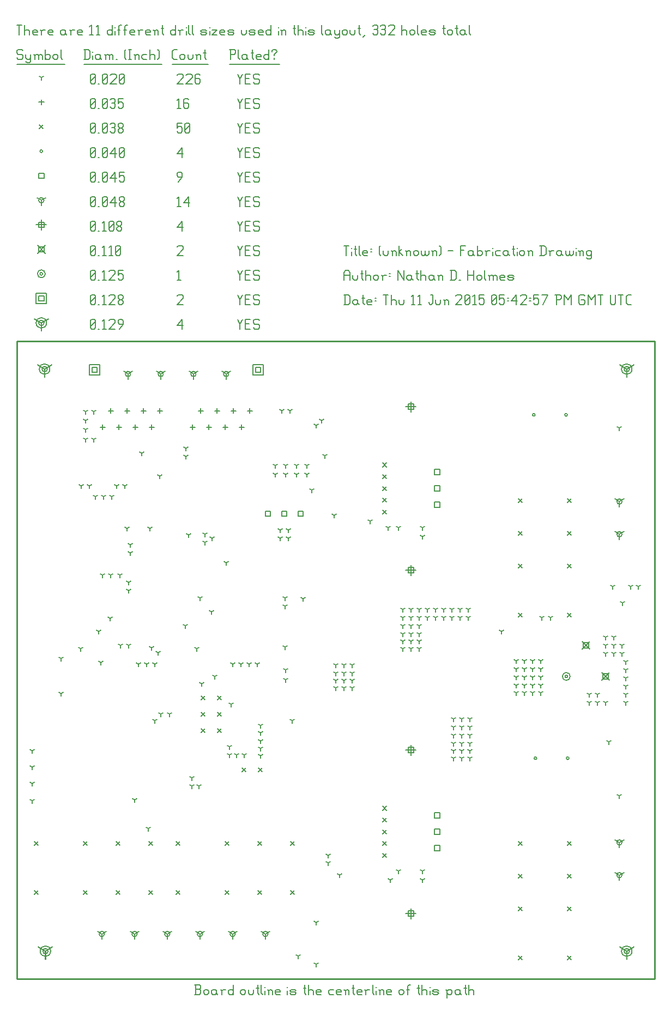
<source format=gbr>
G04 start of page 12 for group -3984 idx -3984 *
G04 Title: (unknown), fab *
G04 Creator: pcb 20140316 *
G04 CreationDate: Thu 11 Jun 2015 05:42:57 PM GMT UTC *
G04 For: ndholmes *
G04 Format: Gerber/RS-274X *
G04 PCB-Dimensions (mil): 3900.00 3900.00 *
G04 PCB-Coordinate-Origin: lower left *
%MOIN*%
%FSLAX25Y25*%
%LNFAB*%
%ADD152C,0.0100*%
%ADD151C,0.0075*%
%ADD150C,0.0060*%
%ADD149C,0.0001*%
%ADD148R,0.0080X0.0080*%
G54D148*X17500Y17000D02*Y12200D01*
G54D149*G36*
X16954Y17147D02*X21807Y19946D01*
X22206Y19253D01*
X17353Y16454D01*
X16954Y17147D01*
G37*
G36*
X17647Y16454D02*X12794Y19253D01*
X13193Y19946D01*
X18046Y17147D01*
X17647Y16454D01*
G37*
G54D148*X15900Y17000D02*G75*G03X19100Y17000I1600J0D01*G01*
G75*G03X15900Y17000I-1600J0D01*G01*
X14300D02*G75*G03X20700Y17000I3200J0D01*G01*
G75*G03X14300Y17000I-3200J0D01*G01*
X373000D02*Y12200D01*
G54D149*G36*
X372454Y17147D02*X377307Y19946D01*
X377706Y19253D01*
X372853Y16454D01*
X372454Y17147D01*
G37*
G36*
X373147Y16454D02*X368294Y19253D01*
X368693Y19946D01*
X373546Y17147D01*
X373147Y16454D01*
G37*
G54D148*X371400Y17000D02*G75*G03X374600Y17000I1600J0D01*G01*
G75*G03X371400Y17000I-1600J0D01*G01*
X369800D02*G75*G03X376200Y17000I3200J0D01*G01*
G75*G03X369800Y17000I-3200J0D01*G01*
X373000Y373000D02*Y368200D01*
G54D149*G36*
X372454Y373147D02*X377307Y375946D01*
X377706Y375253D01*
X372853Y372454D01*
X372454Y373147D01*
G37*
G36*
X373147Y372454D02*X368294Y375253D01*
X368693Y375946D01*
X373546Y373147D01*
X373147Y372454D01*
G37*
G54D148*X371400Y373000D02*G75*G03X374600Y373000I1600J0D01*G01*
G75*G03X371400Y373000I-1600J0D01*G01*
X369800D02*G75*G03X376200Y373000I3200J0D01*G01*
G75*G03X369800Y373000I-3200J0D01*G01*
X17000D02*Y368200D01*
G54D149*G36*
X16454Y373147D02*X21307Y375946D01*
X21706Y375253D01*
X16853Y372454D01*
X16454Y373147D01*
G37*
G36*
X17147Y372454D02*X12294Y375253D01*
X12693Y375946D01*
X17546Y373147D01*
X17147Y372454D01*
G37*
G54D148*X15400Y373000D02*G75*G03X18600Y373000I1600J0D01*G01*
G75*G03X15400Y373000I-1600J0D01*G01*
X13800D02*G75*G03X20200Y373000I3200J0D01*G01*
G75*G03X13800Y373000I-3200J0D01*G01*
X15000Y401250D02*Y396450D01*
G54D149*G36*
X14454Y401397D02*X19307Y404196D01*
X19706Y403503D01*
X14853Y400704D01*
X14454Y401397D01*
G37*
G36*
X15147Y400704D02*X10294Y403503D01*
X10693Y404196D01*
X15546Y401397D01*
X15147Y400704D01*
G37*
G54D148*X13400Y401250D02*G75*G03X16600Y401250I1600J0D01*G01*
G75*G03X13400Y401250I-1600J0D01*G01*
X11800D02*G75*G03X18200Y401250I3200J0D01*G01*
G75*G03X11800Y401250I-3200J0D01*G01*
G54D150*X135000Y403500D02*X136500Y400500D01*
X138000Y403500D01*
X136500Y400500D02*Y397500D01*
X139800Y400800D02*X142050D01*
X139800Y397500D02*X142800D01*
X139800Y403500D02*Y397500D01*
Y403500D02*X142800D01*
X147600D02*X148350Y402750D01*
X145350Y403500D02*X147600D01*
X144600Y402750D02*X145350Y403500D01*
X144600Y402750D02*Y401250D01*
X145350Y400500D01*
X147600D01*
X148350Y399750D01*
Y398250D01*
X147600Y397500D02*X148350Y398250D01*
X145350Y397500D02*X147600D01*
X144600Y398250D02*X145350Y397500D01*
X98000Y399750D02*X101000Y403500D01*
X98000Y399750D02*X101750D01*
X101000Y403500D02*Y397500D01*
X45000Y398250D02*X45750Y397500D01*
X45000Y402750D02*Y398250D01*
Y402750D02*X45750Y403500D01*
X47250D01*
X48000Y402750D01*
Y398250D01*
X47250Y397500D02*X48000Y398250D01*
X45750Y397500D02*X47250D01*
X45000Y399000D02*X48000Y402000D01*
X49800Y397500D02*X50550D01*
X52350Y402300D02*X53550Y403500D01*
Y397500D01*
X52350D02*X54600D01*
X56400Y402750D02*X57150Y403500D01*
X59400D01*
X60150Y402750D01*
Y401250D01*
X56400Y397500D02*X60150Y401250D01*
X56400Y397500D02*X60150D01*
X62700D02*X64950Y400500D01*
Y402750D02*Y400500D01*
X64200Y403500D02*X64950Y402750D01*
X62700Y403500D02*X64200D01*
X61950Y402750D02*X62700Y403500D01*
X61950Y402750D02*Y401250D01*
X62700Y400500D01*
X64950D01*
X145900Y374100D02*X149100D01*
X145900D02*Y370900D01*
X149100D01*
Y374100D02*Y370900D01*
X144300Y375700D02*X150700D01*
X144300D02*Y369300D01*
X150700D01*
Y375700D02*Y369300D01*
X45900Y374100D02*X49100D01*
X45900D02*Y370900D01*
X49100D01*
Y374100D02*Y370900D01*
X44300Y375700D02*X50700D01*
X44300D02*Y369300D01*
X50700D01*
Y375700D02*Y369300D01*
X13400Y417850D02*X16600D01*
X13400D02*Y414650D01*
X16600D01*
Y417850D02*Y414650D01*
X11800Y419450D02*X18200D01*
X11800D02*Y413050D01*
X18200D01*
Y419450D02*Y413050D01*
X135000Y418500D02*X136500Y415500D01*
X138000Y418500D01*
X136500Y415500D02*Y412500D01*
X139800Y415800D02*X142050D01*
X139800Y412500D02*X142800D01*
X139800Y418500D02*Y412500D01*
Y418500D02*X142800D01*
X147600D02*X148350Y417750D01*
X145350Y418500D02*X147600D01*
X144600Y417750D02*X145350Y418500D01*
X144600Y417750D02*Y416250D01*
X145350Y415500D01*
X147600D01*
X148350Y414750D01*
Y413250D01*
X147600Y412500D02*X148350Y413250D01*
X145350Y412500D02*X147600D01*
X144600Y413250D02*X145350Y412500D01*
X98000Y417750D02*X98750Y418500D01*
X101000D01*
X101750Y417750D01*
Y416250D01*
X98000Y412500D02*X101750Y416250D01*
X98000Y412500D02*X101750D01*
X45000Y413250D02*X45750Y412500D01*
X45000Y417750D02*Y413250D01*
Y417750D02*X45750Y418500D01*
X47250D01*
X48000Y417750D01*
Y413250D01*
X47250Y412500D02*X48000Y413250D01*
X45750Y412500D02*X47250D01*
X45000Y414000D02*X48000Y417000D01*
X49800Y412500D02*X50550D01*
X52350Y417300D02*X53550Y418500D01*
Y412500D01*
X52350D02*X54600D01*
X56400Y417750D02*X57150Y418500D01*
X59400D01*
X60150Y417750D01*
Y416250D01*
X56400Y412500D02*X60150Y416250D01*
X56400Y412500D02*X60150D01*
X61950Y413250D02*X62700Y412500D01*
X61950Y414450D02*Y413250D01*
Y414450D02*X63000Y415500D01*
X63900D01*
X64950Y414450D01*
Y413250D01*
X64200Y412500D02*X64950Y413250D01*
X62700Y412500D02*X64200D01*
X61950Y416550D02*X63000Y415500D01*
X61950Y417750D02*Y416550D01*
Y417750D02*X62700Y418500D01*
X64200D01*
X64950Y417750D01*
Y416550D01*
X63900Y415500D02*X64950Y416550D01*
X335200Y185000D02*G75*G03X336800Y185000I800J0D01*G01*
G75*G03X335200Y185000I-800J0D01*G01*
X333600D02*G75*G03X338400Y185000I2400J0D01*G01*
G75*G03X333600Y185000I-2400J0D01*G01*
X14200Y431250D02*G75*G03X15800Y431250I800J0D01*G01*
G75*G03X14200Y431250I-800J0D01*G01*
X12600D02*G75*G03X17400Y431250I2400J0D01*G01*
G75*G03X12600Y431250I-2400J0D01*G01*
X135000Y433500D02*X136500Y430500D01*
X138000Y433500D01*
X136500Y430500D02*Y427500D01*
X139800Y430800D02*X142050D01*
X139800Y427500D02*X142800D01*
X139800Y433500D02*Y427500D01*
Y433500D02*X142800D01*
X147600D02*X148350Y432750D01*
X145350Y433500D02*X147600D01*
X144600Y432750D02*X145350Y433500D01*
X144600Y432750D02*Y431250D01*
X145350Y430500D01*
X147600D01*
X148350Y429750D01*
Y428250D01*
X147600Y427500D02*X148350Y428250D01*
X145350Y427500D02*X147600D01*
X144600Y428250D02*X145350Y427500D01*
X98000Y432300D02*X99200Y433500D01*
Y427500D01*
X98000D02*X100250D01*
X45000Y428250D02*X45750Y427500D01*
X45000Y432750D02*Y428250D01*
Y432750D02*X45750Y433500D01*
X47250D01*
X48000Y432750D01*
Y428250D01*
X47250Y427500D02*X48000Y428250D01*
X45750Y427500D02*X47250D01*
X45000Y429000D02*X48000Y432000D01*
X49800Y427500D02*X50550D01*
X52350Y432300D02*X53550Y433500D01*
Y427500D01*
X52350D02*X54600D01*
X56400Y432750D02*X57150Y433500D01*
X59400D01*
X60150Y432750D01*
Y431250D01*
X56400Y427500D02*X60150Y431250D01*
X56400Y427500D02*X60150D01*
X61950Y433500D02*X64950D01*
X61950D02*Y430500D01*
X62700Y431250D01*
X64200D01*
X64950Y430500D01*
Y428250D01*
X64200Y427500D02*X64950Y428250D01*
X62700Y427500D02*X64200D01*
X61950Y428250D02*X62700Y427500D01*
X357600Y187400D02*X362400Y182600D01*
X357600D02*X362400Y187400D01*
X358400Y186600D02*X361600D01*
X358400D02*Y183400D01*
X361600D01*
Y186600D02*Y183400D01*
X345600Y206400D02*X350400Y201600D01*
X345600D02*X350400Y206400D01*
X346400Y205600D02*X349600D01*
X346400D02*Y202400D01*
X349600D01*
Y205600D02*Y202400D01*
X12600Y448650D02*X17400Y443850D01*
X12600D02*X17400Y448650D01*
X13400Y447850D02*X16600D01*
X13400D02*Y444650D01*
X16600D01*
Y447850D02*Y444650D01*
X135000Y448500D02*X136500Y445500D01*
X138000Y448500D01*
X136500Y445500D02*Y442500D01*
X139800Y445800D02*X142050D01*
X139800Y442500D02*X142800D01*
X139800Y448500D02*Y442500D01*
Y448500D02*X142800D01*
X147600D02*X148350Y447750D01*
X145350Y448500D02*X147600D01*
X144600Y447750D02*X145350Y448500D01*
X144600Y447750D02*Y446250D01*
X145350Y445500D01*
X147600D01*
X148350Y444750D01*
Y443250D01*
X147600Y442500D02*X148350Y443250D01*
X145350Y442500D02*X147600D01*
X144600Y443250D02*X145350Y442500D01*
X98000Y447750D02*X98750Y448500D01*
X101000D01*
X101750Y447750D01*
Y446250D01*
X98000Y442500D02*X101750Y446250D01*
X98000Y442500D02*X101750D01*
X45000Y443250D02*X45750Y442500D01*
X45000Y447750D02*Y443250D01*
Y447750D02*X45750Y448500D01*
X47250D01*
X48000Y447750D01*
Y443250D01*
X47250Y442500D02*X48000Y443250D01*
X45750Y442500D02*X47250D01*
X45000Y444000D02*X48000Y447000D01*
X49800Y442500D02*X50550D01*
X52350Y447300D02*X53550Y448500D01*
Y442500D01*
X52350D02*X54600D01*
X56400Y447300D02*X57600Y448500D01*
Y442500D01*
X56400D02*X58650D01*
X60450Y443250D02*X61200Y442500D01*
X60450Y447750D02*Y443250D01*
Y447750D02*X61200Y448500D01*
X62700D01*
X63450Y447750D01*
Y443250D01*
X62700Y442500D02*X63450Y443250D01*
X61200Y442500D02*X62700D01*
X60450Y444000D02*X63450Y447000D01*
X241000Y43200D02*Y36800D01*
X237800Y40000D02*X244200D01*
X239400Y41600D02*X242600D01*
X239400D02*Y38400D01*
X242600D01*
Y41600D02*Y38400D01*
X241000Y143200D02*Y136800D01*
X237800Y140000D02*X244200D01*
X239400Y141600D02*X242600D01*
X239400D02*Y138400D01*
X242600D01*
Y141600D02*Y138400D01*
X241000Y253200D02*Y246800D01*
X237800Y250000D02*X244200D01*
X239400Y251600D02*X242600D01*
X239400D02*Y248400D01*
X242600D01*
Y251600D02*Y248400D01*
X241000Y353200D02*Y346800D01*
X237800Y350000D02*X244200D01*
X239400Y351600D02*X242600D01*
X239400D02*Y348400D01*
X242600D01*
Y351600D02*Y348400D01*
X15000Y464450D02*Y458050D01*
X11800Y461250D02*X18200D01*
X13400Y462850D02*X16600D01*
X13400D02*Y459650D01*
X16600D01*
Y462850D02*Y459650D01*
X135000Y463500D02*X136500Y460500D01*
X138000Y463500D01*
X136500Y460500D02*Y457500D01*
X139800Y460800D02*X142050D01*
X139800Y457500D02*X142800D01*
X139800Y463500D02*Y457500D01*
Y463500D02*X142800D01*
X147600D02*X148350Y462750D01*
X145350Y463500D02*X147600D01*
X144600Y462750D02*X145350Y463500D01*
X144600Y462750D02*Y461250D01*
X145350Y460500D01*
X147600D01*
X148350Y459750D01*
Y458250D01*
X147600Y457500D02*X148350Y458250D01*
X145350Y457500D02*X147600D01*
X144600Y458250D02*X145350Y457500D01*
X98000Y459750D02*X101000Y463500D01*
X98000Y459750D02*X101750D01*
X101000Y463500D02*Y457500D01*
X45000Y458250D02*X45750Y457500D01*
X45000Y462750D02*Y458250D01*
Y462750D02*X45750Y463500D01*
X47250D01*
X48000Y462750D01*
Y458250D01*
X47250Y457500D02*X48000Y458250D01*
X45750Y457500D02*X47250D01*
X45000Y459000D02*X48000Y462000D01*
X49800Y457500D02*X50550D01*
X52350Y462300D02*X53550Y463500D01*
Y457500D01*
X52350D02*X54600D01*
X56400Y458250D02*X57150Y457500D01*
X56400Y462750D02*Y458250D01*
Y462750D02*X57150Y463500D01*
X58650D01*
X59400Y462750D01*
Y458250D01*
X58650Y457500D02*X59400Y458250D01*
X57150Y457500D02*X58650D01*
X56400Y459000D02*X59400Y462000D01*
X61200Y458250D02*X61950Y457500D01*
X61200Y459450D02*Y458250D01*
Y459450D02*X62250Y460500D01*
X63150D01*
X64200Y459450D01*
Y458250D01*
X63450Y457500D02*X64200Y458250D01*
X61950Y457500D02*X63450D01*
X61200Y461550D02*X62250Y460500D01*
X61200Y462750D02*Y461550D01*
Y462750D02*X61950Y463500D01*
X63450D01*
X64200Y462750D01*
Y461550D01*
X63150Y460500D02*X64200Y461550D01*
X368500Y63500D02*Y60300D01*
Y63500D02*X371273Y65100D01*
X368500Y63500D02*X365727Y65100D01*
X366900Y63500D02*G75*G03X370100Y63500I1600J0D01*G01*
G75*G03X366900Y63500I-1600J0D01*G01*
X368500Y83500D02*Y80300D01*
Y83500D02*X371273Y85100D01*
X368500Y83500D02*X365727Y85100D01*
X366900Y83500D02*G75*G03X370100Y83500I1600J0D01*G01*
G75*G03X366900Y83500I-1600J0D01*G01*
X368500Y272000D02*Y268800D01*
Y272000D02*X371273Y273600D01*
X368500Y272000D02*X365727Y273600D01*
X366900Y272000D02*G75*G03X370100Y272000I1600J0D01*G01*
G75*G03X366900Y272000I-1600J0D01*G01*
X368500Y292000D02*Y288800D01*
Y292000D02*X371273Y293600D01*
X368500Y292000D02*X365727Y293600D01*
X366900Y292000D02*G75*G03X370100Y292000I1600J0D01*G01*
G75*G03X366900Y292000I-1600J0D01*G01*
X88000Y370000D02*Y366800D01*
Y370000D02*X90773Y371600D01*
X88000Y370000D02*X85227Y371600D01*
X86400Y370000D02*G75*G03X89600Y370000I1600J0D01*G01*
G75*G03X86400Y370000I-1600J0D01*G01*
X68000D02*Y366800D01*
Y370000D02*X70773Y371600D01*
X68000Y370000D02*X65227Y371600D01*
X66400Y370000D02*G75*G03X69600Y370000I1600J0D01*G01*
G75*G03X66400Y370000I-1600J0D01*G01*
X128000D02*Y366800D01*
Y370000D02*X130773Y371600D01*
X128000Y370000D02*X125227Y371600D01*
X126400Y370000D02*G75*G03X129600Y370000I1600J0D01*G01*
G75*G03X126400Y370000I-1600J0D01*G01*
X108000D02*Y366800D01*
Y370000D02*X110773Y371600D01*
X108000Y370000D02*X105227Y371600D01*
X106400Y370000D02*G75*G03X109600Y370000I1600J0D01*G01*
G75*G03X106400Y370000I-1600J0D01*G01*
X92000Y27500D02*Y24300D01*
Y27500D02*X94773Y29100D01*
X92000Y27500D02*X89227Y29100D01*
X90400Y27500D02*G75*G03X93600Y27500I1600J0D01*G01*
G75*G03X90400Y27500I-1600J0D01*G01*
X112000D02*Y24300D01*
Y27500D02*X114773Y29100D01*
X112000Y27500D02*X109227Y29100D01*
X110400Y27500D02*G75*G03X113600Y27500I1600J0D01*G01*
G75*G03X110400Y27500I-1600J0D01*G01*
X52000D02*Y24300D01*
Y27500D02*X54773Y29100D01*
X52000Y27500D02*X49227Y29100D01*
X50400Y27500D02*G75*G03X53600Y27500I1600J0D01*G01*
G75*G03X50400Y27500I-1600J0D01*G01*
X72000D02*Y24300D01*
Y27500D02*X74773Y29100D01*
X72000Y27500D02*X69227Y29100D01*
X70400Y27500D02*G75*G03X73600Y27500I1600J0D01*G01*
G75*G03X70400Y27500I-1600J0D01*G01*
X132000D02*Y24300D01*
Y27500D02*X134773Y29100D01*
X132000Y27500D02*X129227Y29100D01*
X130400Y27500D02*G75*G03X133600Y27500I1600J0D01*G01*
G75*G03X130400Y27500I-1600J0D01*G01*
X152000D02*Y24300D01*
Y27500D02*X154773Y29100D01*
X152000Y27500D02*X149227Y29100D01*
X150400Y27500D02*G75*G03X153600Y27500I1600J0D01*G01*
G75*G03X150400Y27500I-1600J0D01*G01*
X15000Y476250D02*Y473050D01*
Y476250D02*X17773Y477850D01*
X15000Y476250D02*X12227Y477850D01*
X13400Y476250D02*G75*G03X16600Y476250I1600J0D01*G01*
G75*G03X13400Y476250I-1600J0D01*G01*
X135000Y478500D02*X136500Y475500D01*
X138000Y478500D01*
X136500Y475500D02*Y472500D01*
X139800Y475800D02*X142050D01*
X139800Y472500D02*X142800D01*
X139800Y478500D02*Y472500D01*
Y478500D02*X142800D01*
X147600D02*X148350Y477750D01*
X145350Y478500D02*X147600D01*
X144600Y477750D02*X145350Y478500D01*
X144600Y477750D02*Y476250D01*
X145350Y475500D01*
X147600D01*
X148350Y474750D01*
Y473250D01*
X147600Y472500D02*X148350Y473250D01*
X145350Y472500D02*X147600D01*
X144600Y473250D02*X145350Y472500D01*
X98000Y477300D02*X99200Y478500D01*
Y472500D01*
X98000D02*X100250D01*
X102050Y474750D02*X105050Y478500D01*
X102050Y474750D02*X105800D01*
X105050Y478500D02*Y472500D01*
X45000Y473250D02*X45750Y472500D01*
X45000Y477750D02*Y473250D01*
Y477750D02*X45750Y478500D01*
X47250D01*
X48000Y477750D01*
Y473250D01*
X47250Y472500D02*X48000Y473250D01*
X45750Y472500D02*X47250D01*
X45000Y474000D02*X48000Y477000D01*
X49800Y472500D02*X50550D01*
X52350Y473250D02*X53100Y472500D01*
X52350Y477750D02*Y473250D01*
Y477750D02*X53100Y478500D01*
X54600D01*
X55350Y477750D01*
Y473250D01*
X54600Y472500D02*X55350Y473250D01*
X53100Y472500D02*X54600D01*
X52350Y474000D02*X55350Y477000D01*
X57150Y474750D02*X60150Y478500D01*
X57150Y474750D02*X60900D01*
X60150Y478500D02*Y472500D01*
X62700Y473250D02*X63450Y472500D01*
X62700Y474450D02*Y473250D01*
Y474450D02*X63750Y475500D01*
X64650D01*
X65700Y474450D01*
Y473250D01*
X64950Y472500D02*X65700Y473250D01*
X63450Y472500D02*X64950D01*
X62700Y476550D02*X63750Y475500D01*
X62700Y477750D02*Y476550D01*
Y477750D02*X63450Y478500D01*
X64950D01*
X65700Y477750D01*
Y476550D01*
X64650Y475500D02*X65700Y476550D01*
X255400Y101600D02*X258600D01*
X255400D02*Y98400D01*
X258600D01*
Y101600D02*Y98400D01*
X255400Y91600D02*X258600D01*
X255400D02*Y88400D01*
X258600D01*
Y91600D02*Y88400D01*
X255400Y81600D02*X258600D01*
X255400D02*Y78400D01*
X258600D01*
Y81600D02*Y78400D01*
X255400Y311600D02*X258600D01*
X255400D02*Y308400D01*
X258600D01*
Y311600D02*Y308400D01*
X255400Y301600D02*X258600D01*
X255400D02*Y298400D01*
X258600D01*
Y301600D02*Y298400D01*
X255400Y291600D02*X258600D01*
X255400D02*Y288400D01*
X258600D01*
Y291600D02*Y288400D01*
X151900Y286100D02*X155100D01*
X151900D02*Y282900D01*
X155100D01*
Y286100D02*Y282900D01*
X161900Y286100D02*X165100D01*
X161900D02*Y282900D01*
X165100D01*
Y286100D02*Y282900D01*
X171900Y286100D02*X175100D01*
X171900D02*Y282900D01*
X175100D01*
Y286100D02*Y282900D01*
X13400Y492850D02*X16600D01*
X13400D02*Y489650D01*
X16600D01*
Y492850D02*Y489650D01*
X135000Y493500D02*X136500Y490500D01*
X138000Y493500D01*
X136500Y490500D02*Y487500D01*
X139800Y490800D02*X142050D01*
X139800Y487500D02*X142800D01*
X139800Y493500D02*Y487500D01*
Y493500D02*X142800D01*
X147600D02*X148350Y492750D01*
X145350Y493500D02*X147600D01*
X144600Y492750D02*X145350Y493500D01*
X144600Y492750D02*Y491250D01*
X145350Y490500D01*
X147600D01*
X148350Y489750D01*
Y488250D01*
X147600Y487500D02*X148350Y488250D01*
X145350Y487500D02*X147600D01*
X144600Y488250D02*X145350Y487500D01*
X98750D02*X101000Y490500D01*
Y492750D02*Y490500D01*
X100250Y493500D02*X101000Y492750D01*
X98750Y493500D02*X100250D01*
X98000Y492750D02*X98750Y493500D01*
X98000Y492750D02*Y491250D01*
X98750Y490500D01*
X101000D01*
X45000Y488250D02*X45750Y487500D01*
X45000Y492750D02*Y488250D01*
Y492750D02*X45750Y493500D01*
X47250D01*
X48000Y492750D01*
Y488250D01*
X47250Y487500D02*X48000Y488250D01*
X45750Y487500D02*X47250D01*
X45000Y489000D02*X48000Y492000D01*
X49800Y487500D02*X50550D01*
X52350Y488250D02*X53100Y487500D01*
X52350Y492750D02*Y488250D01*
Y492750D02*X53100Y493500D01*
X54600D01*
X55350Y492750D01*
Y488250D01*
X54600Y487500D02*X55350Y488250D01*
X53100Y487500D02*X54600D01*
X52350Y489000D02*X55350Y492000D01*
X57150Y489750D02*X60150Y493500D01*
X57150Y489750D02*X60900D01*
X60150Y493500D02*Y487500D01*
X62700Y493500D02*X65700D01*
X62700D02*Y490500D01*
X63450Y491250D01*
X64950D01*
X65700Y490500D01*
Y488250D01*
X64950Y487500D02*X65700Y488250D01*
X63450Y487500D02*X64950D01*
X62700Y488250D02*X63450Y487500D01*
X336050Y135000D02*G75*G03X337650Y135000I800J0D01*G01*
G75*G03X336050Y135000I-800J0D01*G01*
X316350D02*G75*G03X317950Y135000I800J0D01*G01*
G75*G03X316350Y135000I-800J0D01*G01*
X335050Y345000D02*G75*G03X336650Y345000I800J0D01*G01*
G75*G03X335050Y345000I-800J0D01*G01*
X315350D02*G75*G03X316950Y345000I800J0D01*G01*
G75*G03X315350Y345000I-800J0D01*G01*
X14200Y506250D02*G75*G03X15800Y506250I800J0D01*G01*
G75*G03X14200Y506250I-800J0D01*G01*
X135000Y508500D02*X136500Y505500D01*
X138000Y508500D01*
X136500Y505500D02*Y502500D01*
X139800Y505800D02*X142050D01*
X139800Y502500D02*X142800D01*
X139800Y508500D02*Y502500D01*
Y508500D02*X142800D01*
X147600D02*X148350Y507750D01*
X145350Y508500D02*X147600D01*
X144600Y507750D02*X145350Y508500D01*
X144600Y507750D02*Y506250D01*
X145350Y505500D01*
X147600D01*
X148350Y504750D01*
Y503250D01*
X147600Y502500D02*X148350Y503250D01*
X145350Y502500D02*X147600D01*
X144600Y503250D02*X145350Y502500D01*
X98000Y504750D02*X101000Y508500D01*
X98000Y504750D02*X101750D01*
X101000Y508500D02*Y502500D01*
X45000Y503250D02*X45750Y502500D01*
X45000Y507750D02*Y503250D01*
Y507750D02*X45750Y508500D01*
X47250D01*
X48000Y507750D01*
Y503250D01*
X47250Y502500D02*X48000Y503250D01*
X45750Y502500D02*X47250D01*
X45000Y504000D02*X48000Y507000D01*
X49800Y502500D02*X50550D01*
X52350Y503250D02*X53100Y502500D01*
X52350Y507750D02*Y503250D01*
Y507750D02*X53100Y508500D01*
X54600D01*
X55350Y507750D01*
Y503250D01*
X54600Y502500D02*X55350Y503250D01*
X53100Y502500D02*X54600D01*
X52350Y504000D02*X55350Y507000D01*
X57150Y504750D02*X60150Y508500D01*
X57150Y504750D02*X60900D01*
X60150Y508500D02*Y502500D01*
X62700Y503250D02*X63450Y502500D01*
X62700Y507750D02*Y503250D01*
Y507750D02*X63450Y508500D01*
X64950D01*
X65700Y507750D01*
Y503250D01*
X64950Y502500D02*X65700Y503250D01*
X63450Y502500D02*X64950D01*
X62700Y504000D02*X65700Y507000D01*
X336800Y223700D02*X339200Y221300D01*
X336800D02*X339200Y223700D01*
X336800Y253700D02*X339200Y251300D01*
X336800D02*X339200Y253700D01*
X336800Y273700D02*X339200Y271300D01*
X336800D02*X339200Y273700D01*
X336800Y293700D02*X339200Y291300D01*
X336800D02*X339200Y293700D01*
X306800D02*X309200Y291300D01*
X306800D02*X309200Y293700D01*
X306800Y273700D02*X309200Y271300D01*
X306800D02*X309200Y273700D01*
X306800Y253700D02*X309200Y251300D01*
X306800D02*X309200Y253700D01*
X306800Y223700D02*X309200Y221300D01*
X306800D02*X309200Y223700D01*
X223800Y76800D02*X226200Y74400D01*
X223800D02*X226200Y76800D01*
X223800Y84000D02*X226200Y81600D01*
X223800D02*X226200Y84000D01*
X223800Y91200D02*X226200Y88800D01*
X223800D02*X226200Y91200D01*
X223800Y98400D02*X226200Y96000D01*
X223800D02*X226200Y98400D01*
X223800Y105600D02*X226200Y103200D01*
X223800D02*X226200Y105600D01*
X223800Y286800D02*X226200Y284400D01*
X223800D02*X226200Y286800D01*
X223800Y294000D02*X226200Y291600D01*
X223800D02*X226200Y294000D01*
X223800Y301200D02*X226200Y298800D01*
X223800D02*X226200Y301200D01*
X223800Y308400D02*X226200Y306000D01*
X223800D02*X226200Y308400D01*
X223800Y315600D02*X226200Y313200D01*
X223800D02*X226200Y315600D01*
X336800Y14200D02*X339200Y11800D01*
X336800D02*X339200Y14200D01*
X336800Y44200D02*X339200Y41800D01*
X336800D02*X339200Y44200D01*
X336800Y64200D02*X339200Y61800D01*
X336800D02*X339200Y64200D01*
X336800Y84200D02*X339200Y81800D01*
X336800D02*X339200Y84200D01*
X306800D02*X309200Y81800D01*
X306800D02*X309200Y84200D01*
X306800Y64200D02*X309200Y61800D01*
X306800D02*X309200Y64200D01*
X306800Y44200D02*X309200Y41800D01*
X306800D02*X309200Y44200D01*
X306800Y14200D02*X309200Y11800D01*
X306800D02*X309200Y14200D01*
X10800Y54200D02*X13200Y51800D01*
X10800D02*X13200Y54200D01*
X40800D02*X43200Y51800D01*
X40800D02*X43200Y54200D01*
X60800D02*X63200Y51800D01*
X60800D02*X63200Y54200D01*
X80800D02*X83200Y51800D01*
X80800D02*X83200Y54200D01*
X80800Y84200D02*X83200Y81800D01*
X80800D02*X83200Y84200D01*
X60800D02*X63200Y81800D01*
X60800D02*X63200Y84200D01*
X40800D02*X43200Y81800D01*
X40800D02*X43200Y84200D01*
X10800D02*X13200Y81800D01*
X10800D02*X13200Y84200D01*
X97300Y54200D02*X99700Y51800D01*
X97300D02*X99700Y54200D01*
X127300D02*X129700Y51800D01*
X127300D02*X129700Y54200D01*
X147300D02*X149700Y51800D01*
X147300D02*X149700Y54200D01*
X167300D02*X169700Y51800D01*
X167300D02*X169700Y54200D01*
X167300Y84200D02*X169700Y81800D01*
X167300D02*X169700Y84200D01*
X147300D02*X149700Y81800D01*
X147300D02*X149700Y84200D01*
X127300D02*X129700Y81800D01*
X127300D02*X129700Y84200D01*
X97300D02*X99700Y81800D01*
X97300D02*X99700Y84200D01*
X147800Y129200D02*X150200Y126800D01*
X147800D02*X150200Y129200D01*
X137800D02*X140200Y126800D01*
X137800D02*X140200Y129200D01*
X112800Y173200D02*X115200Y170800D01*
X112800D02*X115200Y173200D01*
X112800Y163200D02*X115200Y160800D01*
X112800D02*X115200Y163200D01*
X112800Y153200D02*X115200Y150800D01*
X112800D02*X115200Y153200D01*
X122800Y173200D02*X125200Y170800D01*
X122800D02*X125200Y173200D01*
X122800Y163200D02*X125200Y160800D01*
X122800D02*X125200Y163200D01*
X122800Y153200D02*X125200Y150800D01*
X122800D02*X125200Y153200D01*
X13800Y522450D02*X16200Y520050D01*
X13800D02*X16200Y522450D01*
X135000Y523500D02*X136500Y520500D01*
X138000Y523500D01*
X136500Y520500D02*Y517500D01*
X139800Y520800D02*X142050D01*
X139800Y517500D02*X142800D01*
X139800Y523500D02*Y517500D01*
Y523500D02*X142800D01*
X147600D02*X148350Y522750D01*
X145350Y523500D02*X147600D01*
X144600Y522750D02*X145350Y523500D01*
X144600Y522750D02*Y521250D01*
X145350Y520500D01*
X147600D01*
X148350Y519750D01*
Y518250D01*
X147600Y517500D02*X148350Y518250D01*
X145350Y517500D02*X147600D01*
X144600Y518250D02*X145350Y517500D01*
X98000Y523500D02*X101000D01*
X98000D02*Y520500D01*
X98750Y521250D01*
X100250D01*
X101000Y520500D01*
Y518250D01*
X100250Y517500D02*X101000Y518250D01*
X98750Y517500D02*X100250D01*
X98000Y518250D02*X98750Y517500D01*
X102800Y518250D02*X103550Y517500D01*
X102800Y522750D02*Y518250D01*
Y522750D02*X103550Y523500D01*
X105050D01*
X105800Y522750D01*
Y518250D01*
X105050Y517500D02*X105800Y518250D01*
X103550Y517500D02*X105050D01*
X102800Y519000D02*X105800Y522000D01*
X45000Y518250D02*X45750Y517500D01*
X45000Y522750D02*Y518250D01*
Y522750D02*X45750Y523500D01*
X47250D01*
X48000Y522750D01*
Y518250D01*
X47250Y517500D02*X48000Y518250D01*
X45750Y517500D02*X47250D01*
X45000Y519000D02*X48000Y522000D01*
X49800Y517500D02*X50550D01*
X52350Y518250D02*X53100Y517500D01*
X52350Y522750D02*Y518250D01*
Y522750D02*X53100Y523500D01*
X54600D01*
X55350Y522750D01*
Y518250D01*
X54600Y517500D02*X55350Y518250D01*
X53100Y517500D02*X54600D01*
X52350Y519000D02*X55350Y522000D01*
X57150Y522750D02*X57900Y523500D01*
X59400D01*
X60150Y522750D01*
X59400Y517500D02*X60150Y518250D01*
X57900Y517500D02*X59400D01*
X57150Y518250D02*X57900Y517500D01*
Y520800D02*X59400D01*
X60150Y522750D02*Y521550D01*
Y520050D02*Y518250D01*
Y520050D02*X59400Y520800D01*
X60150Y521550D02*X59400Y520800D01*
X61950Y518250D02*X62700Y517500D01*
X61950Y519450D02*Y518250D01*
Y519450D02*X63000Y520500D01*
X63900D01*
X64950Y519450D01*
Y518250D01*
X64200Y517500D02*X64950Y518250D01*
X62700Y517500D02*X64200D01*
X61950Y521550D02*X63000Y520500D01*
X61950Y522750D02*Y521550D01*
Y522750D02*X62700Y523500D01*
X64200D01*
X64950Y522750D01*
Y521550D01*
X63900Y520500D02*X64950Y521550D01*
X142500Y349100D02*Y345900D01*
X140900Y347500D02*X144100D01*
X137500Y339100D02*Y335900D01*
X135900Y337500D02*X139100D01*
X132500Y349100D02*Y345900D01*
X130900Y347500D02*X134100D01*
X127500Y339100D02*Y335900D01*
X125900Y337500D02*X129100D01*
X122500Y349100D02*Y345900D01*
X120900Y347500D02*X124100D01*
X117500Y339100D02*Y335900D01*
X115900Y337500D02*X119100D01*
X112500Y349100D02*Y345900D01*
X110900Y347500D02*X114100D01*
X107500Y339100D02*Y335900D01*
X105900Y337500D02*X109100D01*
X87500Y349100D02*Y345900D01*
X85900Y347500D02*X89100D01*
X82500Y339100D02*Y335900D01*
X80900Y337500D02*X84100D01*
X77500Y349100D02*Y345900D01*
X75900Y347500D02*X79100D01*
X72500Y339100D02*Y335900D01*
X70900Y337500D02*X74100D01*
X67500Y349100D02*Y345900D01*
X65900Y347500D02*X69100D01*
X62500Y339100D02*Y335900D01*
X60900Y337500D02*X64100D01*
X57500Y349100D02*Y345900D01*
X55900Y347500D02*X59100D01*
X52500Y339100D02*Y335900D01*
X50900Y337500D02*X54100D01*
X15000Y537850D02*Y534650D01*
X13400Y536250D02*X16600D01*
X135000Y538500D02*X136500Y535500D01*
X138000Y538500D01*
X136500Y535500D02*Y532500D01*
X139800Y535800D02*X142050D01*
X139800Y532500D02*X142800D01*
X139800Y538500D02*Y532500D01*
Y538500D02*X142800D01*
X147600D02*X148350Y537750D01*
X145350Y538500D02*X147600D01*
X144600Y537750D02*X145350Y538500D01*
X144600Y537750D02*Y536250D01*
X145350Y535500D01*
X147600D01*
X148350Y534750D01*
Y533250D01*
X147600Y532500D02*X148350Y533250D01*
X145350Y532500D02*X147600D01*
X144600Y533250D02*X145350Y532500D01*
X98000Y537300D02*X99200Y538500D01*
Y532500D01*
X98000D02*X100250D01*
X104300Y538500D02*X105050Y537750D01*
X102800Y538500D02*X104300D01*
X102050Y537750D02*X102800Y538500D01*
X102050Y537750D02*Y533250D01*
X102800Y532500D01*
X104300Y535800D02*X105050Y535050D01*
X102050Y535800D02*X104300D01*
X102800Y532500D02*X104300D01*
X105050Y533250D01*
Y535050D02*Y533250D01*
X45000D02*X45750Y532500D01*
X45000Y537750D02*Y533250D01*
Y537750D02*X45750Y538500D01*
X47250D01*
X48000Y537750D01*
Y533250D01*
X47250Y532500D02*X48000Y533250D01*
X45750Y532500D02*X47250D01*
X45000Y534000D02*X48000Y537000D01*
X49800Y532500D02*X50550D01*
X52350Y533250D02*X53100Y532500D01*
X52350Y537750D02*Y533250D01*
Y537750D02*X53100Y538500D01*
X54600D01*
X55350Y537750D01*
Y533250D01*
X54600Y532500D02*X55350Y533250D01*
X53100Y532500D02*X54600D01*
X52350Y534000D02*X55350Y537000D01*
X57150Y537750D02*X57900Y538500D01*
X59400D01*
X60150Y537750D01*
X59400Y532500D02*X60150Y533250D01*
X57900Y532500D02*X59400D01*
X57150Y533250D02*X57900Y532500D01*
Y535800D02*X59400D01*
X60150Y537750D02*Y536550D01*
Y535050D02*Y533250D01*
Y535050D02*X59400Y535800D01*
X60150Y536550D02*X59400Y535800D01*
X61950Y538500D02*X64950D01*
X61950D02*Y535500D01*
X62700Y536250D01*
X64200D01*
X64950Y535500D01*
Y533250D01*
X64200Y532500D02*X64950Y533250D01*
X62700Y532500D02*X64200D01*
X61950Y533250D02*X62700Y532500D01*
X236000Y226000D02*Y224400D01*
Y226000D02*X237387Y226800D01*
X236000Y226000D02*X234613Y226800D01*
X241000Y226000D02*Y224400D01*
Y226000D02*X242387Y226800D01*
X241000Y226000D02*X239613Y226800D01*
X246000Y226000D02*Y224400D01*
Y226000D02*X247387Y226800D01*
X246000Y226000D02*X244613Y226800D01*
X236000Y221000D02*Y219400D01*
Y221000D02*X237387Y221800D01*
X236000Y221000D02*X234613Y221800D01*
X241000Y221000D02*Y219400D01*
Y221000D02*X242387Y221800D01*
X241000Y221000D02*X239613Y221800D01*
X246000Y221000D02*Y219400D01*
Y221000D02*X247387Y221800D01*
X246000Y221000D02*X244613Y221800D01*
X236000Y216000D02*Y214400D01*
Y216000D02*X237387Y216800D01*
X236000Y216000D02*X234613Y216800D01*
X241000Y216000D02*Y214400D01*
Y216000D02*X242387Y216800D01*
X241000Y216000D02*X239613Y216800D01*
X246000Y216000D02*Y214400D01*
Y216000D02*X247387Y216800D01*
X246000Y216000D02*X244613Y216800D01*
X236000Y211000D02*Y209400D01*
Y211000D02*X237387Y211800D01*
X236000Y211000D02*X234613Y211800D01*
X241000Y211000D02*Y209400D01*
Y211000D02*X242387Y211800D01*
X241000Y211000D02*X239613Y211800D01*
X246000Y211000D02*Y209400D01*
Y211000D02*X247387Y211800D01*
X246000Y211000D02*X244613Y211800D01*
X236000Y206500D02*Y204900D01*
Y206500D02*X237387Y207300D01*
X236000Y206500D02*X234613Y207300D01*
X241000Y206500D02*Y204900D01*
Y206500D02*X242387Y207300D01*
X241000Y206500D02*X239613Y207300D01*
X246000Y206500D02*Y204900D01*
Y206500D02*X247387Y207300D01*
X246000Y206500D02*X244613Y207300D01*
X236000Y202000D02*Y200400D01*
Y202000D02*X237387Y202800D01*
X236000Y202000D02*X234613Y202800D01*
X241000Y202000D02*Y200400D01*
Y202000D02*X242387Y202800D01*
X241000Y202000D02*X239613Y202800D01*
X246000Y202000D02*Y200400D01*
Y202000D02*X247387Y202800D01*
X246000Y202000D02*X244613Y202800D01*
X251000Y226000D02*Y224400D01*
Y226000D02*X252387Y226800D01*
X251000Y226000D02*X249613Y226800D01*
X256000Y226000D02*Y224400D01*
Y226000D02*X257387Y226800D01*
X256000Y226000D02*X254613Y226800D01*
X261000Y226000D02*Y224400D01*
Y226000D02*X262387Y226800D01*
X261000Y226000D02*X259613Y226800D01*
X251000Y221000D02*Y219400D01*
Y221000D02*X252387Y221800D01*
X251000Y221000D02*X249613Y221800D01*
X256000Y221000D02*Y219400D01*
Y221000D02*X257387Y221800D01*
X256000Y221000D02*X254613Y221800D01*
X261000Y221000D02*Y219400D01*
Y221000D02*X262387Y221800D01*
X261000Y221000D02*X259613Y221800D01*
X266000Y221000D02*Y219400D01*
Y221000D02*X267387Y221800D01*
X266000Y221000D02*X264613Y221800D01*
X271000Y221000D02*Y219400D01*
Y221000D02*X272387Y221800D01*
X271000Y221000D02*X269613Y221800D01*
X276000Y221000D02*Y219400D01*
Y221000D02*X277387Y221800D01*
X276000Y221000D02*X274613Y221800D01*
X266000Y226000D02*Y224400D01*
Y226000D02*X267387Y226800D01*
X266000Y226000D02*X264613Y226800D01*
X271000Y226000D02*Y224400D01*
Y226000D02*X272387Y226800D01*
X271000Y226000D02*X269613Y226800D01*
X276000Y226000D02*Y224400D01*
Y226000D02*X277387Y226800D01*
X276000Y226000D02*X274613Y226800D01*
X315500Y194500D02*Y192900D01*
Y194500D02*X316887Y195300D01*
X315500Y194500D02*X314113Y195300D01*
X320500Y194500D02*Y192900D01*
Y194500D02*X321887Y195300D01*
X320500Y194500D02*X319113Y195300D01*
X315500Y189500D02*Y187900D01*
Y189500D02*X316887Y190300D01*
X315500Y189500D02*X314113Y190300D01*
X320500Y189500D02*Y187900D01*
Y189500D02*X321887Y190300D01*
X320500Y189500D02*X319113Y190300D01*
X315500Y184500D02*Y182900D01*
Y184500D02*X316887Y185300D01*
X315500Y184500D02*X314113Y185300D01*
X320500Y184500D02*Y182900D01*
Y184500D02*X321887Y185300D01*
X320500Y184500D02*X319113Y185300D01*
X315500Y179500D02*Y177900D01*
Y179500D02*X316887Y180300D01*
X315500Y179500D02*X314113Y180300D01*
X320500Y179500D02*Y177900D01*
Y179500D02*X321887Y180300D01*
X320500Y179500D02*X319113Y180300D01*
X315500Y175000D02*Y173400D01*
Y175000D02*X316887Y175800D01*
X315500Y175000D02*X314113Y175800D01*
X320500Y175000D02*Y173400D01*
Y175000D02*X321887Y175800D01*
X320500Y175000D02*X319113Y175800D01*
X305500Y194500D02*Y192900D01*
Y194500D02*X306887Y195300D01*
X305500Y194500D02*X304113Y195300D01*
X310500Y194500D02*Y192900D01*
Y194500D02*X311887Y195300D01*
X310500Y194500D02*X309113Y195300D01*
X305500Y189500D02*Y187900D01*
Y189500D02*X306887Y190300D01*
X305500Y189500D02*X304113Y190300D01*
X310500Y189500D02*Y187900D01*
Y189500D02*X311887Y190300D01*
X310500Y189500D02*X309113Y190300D01*
X305500Y184500D02*Y182900D01*
Y184500D02*X306887Y185300D01*
X305500Y184500D02*X304113Y185300D01*
X310500Y184500D02*Y182900D01*
Y184500D02*X311887Y185300D01*
X310500Y184500D02*X309113Y185300D01*
X305500Y179500D02*Y177900D01*
Y179500D02*X306887Y180300D01*
X305500Y179500D02*X304113Y180300D01*
X310500Y179500D02*Y177900D01*
Y179500D02*X311887Y180300D01*
X310500Y179500D02*X309113Y180300D01*
X305500Y175000D02*Y173400D01*
Y175000D02*X306887Y175800D01*
X305500Y175000D02*X304113Y175800D01*
X310500Y175000D02*Y173400D01*
Y175000D02*X311887Y175800D01*
X310500Y175000D02*X309113Y175800D01*
X267000Y149000D02*Y147400D01*
Y149000D02*X268387Y149800D01*
X267000Y149000D02*X265613Y149800D01*
X272000Y149000D02*Y147400D01*
Y149000D02*X273387Y149800D01*
X272000Y149000D02*X270613Y149800D01*
X267000Y144000D02*Y142400D01*
Y144000D02*X268387Y144800D01*
X267000Y144000D02*X265613Y144800D01*
X272000Y144000D02*Y142400D01*
Y144000D02*X273387Y144800D01*
X272000Y144000D02*X270613Y144800D01*
X267000Y139500D02*Y137900D01*
Y139500D02*X268387Y140300D01*
X267000Y139500D02*X265613Y140300D01*
X272000Y139500D02*Y137900D01*
Y139500D02*X273387Y140300D01*
X272000Y139500D02*X270613Y140300D01*
X277000Y139500D02*Y137900D01*
Y139500D02*X278387Y140300D01*
X277000Y139500D02*X275613Y140300D01*
X267000Y135000D02*Y133400D01*
Y135000D02*X268387Y135800D01*
X267000Y135000D02*X265613Y135800D01*
X272000Y135000D02*Y133400D01*
Y135000D02*X273387Y135800D01*
X272000Y135000D02*X270613Y135800D01*
X277000Y135000D02*Y133400D01*
Y135000D02*X278387Y135800D01*
X277000Y135000D02*X275613Y135800D01*
X277000Y149000D02*Y147400D01*
Y149000D02*X278387Y149800D01*
X277000Y149000D02*X275613Y149800D01*
X277000Y144000D02*Y142400D01*
Y144000D02*X278387Y144800D01*
X277000Y144000D02*X275613Y144800D01*
X277000Y154000D02*Y152400D01*
Y154000D02*X278387Y154800D01*
X277000Y154000D02*X275613Y154800D01*
X272000Y154000D02*Y152400D01*
Y154000D02*X273387Y154800D01*
X272000Y154000D02*X270613Y154800D01*
X267000Y154000D02*Y152400D01*
Y154000D02*X268387Y154800D01*
X267000Y154000D02*X265613Y154800D01*
X267000Y159000D02*Y157400D01*
Y159000D02*X268387Y159800D01*
X267000Y159000D02*X265613Y159800D01*
X272000Y159000D02*Y157400D01*
Y159000D02*X273387Y159800D01*
X272000Y159000D02*X270613Y159800D01*
X277000Y159000D02*Y157400D01*
Y159000D02*X278387Y159800D01*
X277000Y159000D02*X275613Y159800D01*
X195000Y192000D02*Y190400D01*
Y192000D02*X196387Y192800D01*
X195000Y192000D02*X193613Y192800D01*
X200000Y192000D02*Y190400D01*
Y192000D02*X201387Y192800D01*
X200000Y192000D02*X198613Y192800D01*
X195000Y187000D02*Y185400D01*
Y187000D02*X196387Y187800D01*
X195000Y187000D02*X193613Y187800D01*
X200000Y187000D02*Y185400D01*
Y187000D02*X201387Y187800D01*
X200000Y187000D02*X198613Y187800D01*
X195000Y182500D02*Y180900D01*
Y182500D02*X196387Y183300D01*
X195000Y182500D02*X193613Y183300D01*
X200000Y182500D02*Y180900D01*
Y182500D02*X201387Y183300D01*
X200000Y182500D02*X198613Y183300D01*
X195000Y178000D02*Y176400D01*
Y178000D02*X196387Y178800D01*
X195000Y178000D02*X193613Y178800D01*
X200000Y178000D02*Y176400D01*
Y178000D02*X201387Y178800D01*
X200000Y178000D02*X198613Y178800D01*
X205000Y192000D02*Y190400D01*
Y192000D02*X206387Y192800D01*
X205000Y192000D02*X203613Y192800D01*
X205000Y187000D02*Y185400D01*
Y187000D02*X206387Y187800D01*
X205000Y187000D02*X203613Y187800D01*
X205000Y182500D02*Y180900D01*
Y182500D02*X206387Y183300D01*
X205000Y182500D02*X203613Y183300D01*
X205000Y178000D02*Y176400D01*
Y178000D02*X206387Y178800D01*
X205000Y178000D02*X203613Y178800D01*
X362000Y145000D02*Y143400D01*
Y145000D02*X363387Y145800D01*
X362000Y145000D02*X360613Y145800D01*
X233500Y276000D02*Y274400D01*
Y276000D02*X234887Y276800D01*
X233500Y276000D02*X232113Y276800D01*
X248000Y270500D02*Y268900D01*
Y270500D02*X249387Y271300D01*
X248000Y270500D02*X246613Y271300D01*
X248000Y276000D02*Y274400D01*
Y276000D02*X249387Y276800D01*
X248000Y276000D02*X246613Y276800D01*
X227000Y276000D02*Y274400D01*
Y276000D02*X228387Y276800D01*
X227000Y276000D02*X225613Y276800D01*
X194000Y283500D02*Y281900D01*
Y283500D02*X195387Y284300D01*
X194000Y283500D02*X192613Y284300D01*
X233500Y66000D02*Y64400D01*
Y66000D02*X234887Y66800D01*
X233500Y66000D02*X232113Y66800D01*
X248000Y60500D02*Y58900D01*
Y60500D02*X249387Y61300D01*
X248000Y60500D02*X246613Y61300D01*
X248000Y66000D02*Y64400D01*
Y66000D02*X249387Y66800D01*
X248000Y66000D02*X246613Y66800D01*
X228500Y60500D02*Y58900D01*
Y60500D02*X229887Y61300D01*
X228500Y60500D02*X227113Y61300D01*
X197500Y63500D02*Y61900D01*
Y63500D02*X198887Y64300D01*
X197500Y63500D02*X196113Y64300D01*
X175000Y232500D02*Y230900D01*
Y232500D02*X176387Y233300D01*
X175000Y232500D02*X173613Y233300D01*
X164000Y228000D02*Y226400D01*
Y228000D02*X165387Y228800D01*
X164000Y228000D02*X162613Y228800D01*
X164000Y233000D02*Y231400D01*
Y233000D02*X165387Y233800D01*
X164000Y233000D02*X162613Y233800D01*
X161000Y269500D02*Y267900D01*
Y269500D02*X162387Y270300D01*
X161000Y269500D02*X159613Y270300D01*
X161000Y274500D02*Y272900D01*
Y274500D02*X162387Y275300D01*
X161000Y274500D02*X159613Y275300D01*
X166000Y269500D02*Y267900D01*
Y269500D02*X167387Y270300D01*
X166000Y269500D02*X164613Y270300D01*
X166000Y274500D02*Y272900D01*
Y274500D02*X167387Y275300D01*
X166000Y274500D02*X164613Y275300D01*
X370500Y230000D02*Y228400D01*
Y230000D02*X371887Y230800D01*
X370500Y230000D02*X369113Y230800D01*
X368500Y337000D02*Y335400D01*
Y337000D02*X369887Y337800D01*
X368500Y337000D02*X367113Y337800D01*
X360000Y209000D02*Y207400D01*
Y209000D02*X361387Y209800D01*
X360000Y209000D02*X358613Y209800D01*
X365000Y209000D02*Y207400D01*
Y209000D02*X366387Y209800D01*
X365000Y209000D02*X363613Y209800D01*
X360000Y204000D02*Y202400D01*
Y204000D02*X361387Y204800D01*
X360000Y204000D02*X358613Y204800D01*
X365000Y204000D02*Y202400D01*
Y204000D02*X366387Y204800D01*
X365000Y204000D02*X363613Y204800D01*
X360000Y199000D02*Y197400D01*
Y199000D02*X361387Y199800D01*
X360000Y199000D02*X358613Y199800D01*
X365000Y199000D02*Y197400D01*
Y199000D02*X366387Y199800D01*
X365000Y199000D02*X363613Y199800D01*
X370000Y204000D02*Y202400D01*
Y204000D02*X371387Y204800D01*
X370000Y204000D02*X368613Y204800D01*
X370000Y199000D02*Y197400D01*
Y199000D02*X371387Y199800D01*
X370000Y199000D02*X368613Y199800D01*
X372500Y194000D02*Y192400D01*
Y194000D02*X373887Y194800D01*
X372500Y194000D02*X371113Y194800D01*
X372500Y189000D02*Y187400D01*
Y189000D02*X373887Y189800D01*
X372500Y189000D02*X371113Y189800D01*
X372500Y184000D02*Y182400D01*
Y184000D02*X373887Y184800D01*
X372500Y184000D02*X371113Y184800D01*
X372500Y179000D02*Y177400D01*
Y179000D02*X373887Y179800D01*
X372500Y179000D02*X371113Y179800D01*
X372500Y174000D02*Y172400D01*
Y174000D02*X373887Y174800D01*
X372500Y174000D02*X371113Y174800D01*
X372500Y169000D02*Y167400D01*
Y169000D02*X373887Y169800D01*
X372500Y169000D02*X371113Y169800D01*
X350000Y174000D02*Y172400D01*
Y174000D02*X351387Y174800D01*
X350000Y174000D02*X348613Y174800D01*
X355000Y174000D02*Y172400D01*
Y174000D02*X356387Y174800D01*
X355000Y174000D02*X353613Y174800D01*
X350000Y169000D02*Y167400D01*
Y169000D02*X351387Y169800D01*
X350000Y169000D02*X348613Y169800D01*
X355000Y169000D02*Y167400D01*
Y169000D02*X356387Y169800D01*
X355000Y169000D02*X353613Y169800D01*
X360000Y169000D02*Y167400D01*
Y169000D02*X361387Y169800D01*
X360000Y169000D02*X358613Y169800D01*
X380000Y240000D02*Y238400D01*
Y240000D02*X381387Y240800D01*
X380000Y240000D02*X378613Y240800D01*
X375500Y240000D02*Y238400D01*
Y240000D02*X376887Y240800D01*
X375500Y240000D02*X374113Y240800D01*
X326500Y221000D02*Y219400D01*
Y221000D02*X327887Y221800D01*
X326500Y221000D02*X325113Y221800D01*
X321000Y221000D02*Y219400D01*
Y221000D02*X322387Y221800D01*
X321000Y221000D02*X319613Y221800D01*
X368500Y112000D02*Y110400D01*
Y112000D02*X369887Y112800D01*
X368500Y112000D02*X367113Y112800D01*
X296500Y212500D02*Y210900D01*
Y212500D02*X297887Y213300D01*
X296500Y212500D02*X295113Y213300D01*
X364500Y240000D02*Y238400D01*
Y240000D02*X365887Y240800D01*
X364500Y240000D02*X363113Y240800D01*
X186500Y341500D02*Y339900D01*
Y341500D02*X187887Y342300D01*
X186500Y341500D02*X185113Y342300D01*
X183000Y338500D02*Y336900D01*
Y338500D02*X184387Y339300D01*
X183000Y338500D02*X181613Y339300D01*
X42000Y341500D02*Y339900D01*
Y341500D02*X43387Y342300D01*
X42000Y341500D02*X40613Y342300D01*
X42000Y330000D02*Y328400D01*
Y330000D02*X43387Y330800D01*
X42000Y330000D02*X40613Y330800D01*
X47000Y330000D02*Y328400D01*
Y330000D02*X48387Y330800D01*
X47000Y330000D02*X45613Y330800D01*
X42000Y336000D02*Y334400D01*
Y336000D02*X43387Y336800D01*
X42000Y336000D02*X40613Y336800D01*
X42000Y347000D02*Y345400D01*
Y347000D02*X43387Y347800D01*
X42000Y347000D02*X40613Y347800D01*
X47000Y347000D02*Y345400D01*
Y347000D02*X48387Y347800D01*
X47000Y347000D02*X45613Y347800D01*
X39500Y301500D02*Y299900D01*
Y301500D02*X40887Y302300D01*
X39500Y301500D02*X38113Y302300D01*
X44500Y301500D02*Y299900D01*
Y301500D02*X45887Y302300D01*
X44500Y301500D02*X43113Y302300D01*
X216000Y280000D02*Y278400D01*
Y280000D02*X217387Y280800D01*
X216000Y280000D02*X214613Y280800D01*
X183000Y9000D02*Y7400D01*
Y9000D02*X184387Y9800D01*
X183000Y9000D02*X181613Y9800D01*
X172000Y14000D02*Y12400D01*
Y14000D02*X173387Y14800D01*
X172000Y14000D02*X170613Y14800D01*
X183000Y34500D02*Y32900D01*
Y34500D02*X184387Y35300D01*
X183000Y34500D02*X181613Y35300D01*
X164500Y183000D02*Y181400D01*
Y183000D02*X165887Y183800D01*
X164500Y183000D02*X163113Y183800D01*
X164500Y314000D02*Y312400D01*
Y314000D02*X165887Y314800D01*
X164500Y314000D02*X163113Y314800D01*
X171000Y314000D02*Y312400D01*
Y314000D02*X172387Y314800D01*
X171000Y314000D02*X169613Y314800D01*
X158000Y314000D02*Y312400D01*
Y314000D02*X159387Y314800D01*
X158000Y314000D02*X156613Y314800D01*
X177500Y314000D02*Y312400D01*
Y314000D02*X178887Y314800D01*
X177500Y314000D02*X176113Y314800D01*
X164500Y308500D02*Y306900D01*
Y308500D02*X165887Y309300D01*
X164500Y308500D02*X163113Y309300D01*
X171000Y308500D02*Y306900D01*
Y308500D02*X172387Y309300D01*
X171000Y308500D02*X169613Y309300D01*
X158000Y308500D02*Y306900D01*
Y308500D02*X159387Y309300D01*
X158000Y308500D02*X156613Y309300D01*
X177500Y308500D02*Y306900D01*
Y308500D02*X178887Y309300D01*
X177500Y308500D02*X176113Y309300D01*
X188500Y320000D02*Y318400D01*
Y320000D02*X189887Y320800D01*
X188500Y320000D02*X187113Y320800D01*
X180500Y299000D02*Y297400D01*
Y299000D02*X181887Y299800D01*
X180500Y299000D02*X179113Y299800D01*
X190500Y75500D02*Y73900D01*
Y75500D02*X191887Y76300D01*
X190500Y75500D02*X189113Y76300D01*
X190500Y71000D02*Y69400D01*
Y71000D02*X191887Y71800D01*
X190500Y71000D02*X189113Y71800D01*
X162000Y347500D02*Y345900D01*
Y347500D02*X163387Y348300D01*
X162000Y347500D02*X160613Y348300D01*
X167000Y347500D02*Y345900D01*
Y347500D02*X168387Y348300D01*
X167000Y347500D02*X165613Y348300D01*
X80500Y92000D02*Y90400D01*
Y92000D02*X81887Y92800D01*
X80500Y92000D02*X79113Y92800D01*
X27000Y196000D02*Y194400D01*
Y196000D02*X28387Y196800D01*
X27000Y196000D02*X25613Y196800D01*
X27000Y174500D02*Y172900D01*
Y174500D02*X28387Y175300D01*
X27000Y174500D02*X25613Y175300D01*
X50000Y212500D02*Y210900D01*
Y212500D02*X51387Y213300D01*
X50000Y212500D02*X48613Y213300D01*
X39000Y202000D02*Y200400D01*
Y202000D02*X40387Y202800D01*
X39000Y202000D02*X37613Y202800D01*
X9500Y139500D02*Y137900D01*
Y139500D02*X10887Y140300D01*
X9500Y139500D02*X8113Y140300D01*
X9500Y129500D02*Y127900D01*
Y129500D02*X10887Y130300D01*
X9500Y129500D02*X8113Y130300D01*
X9500Y119500D02*Y117900D01*
Y119500D02*X10887Y120300D01*
X9500Y119500D02*X8113Y120300D01*
X9500Y109000D02*Y107400D01*
Y109000D02*X10887Y109800D01*
X9500Y109000D02*X8113Y109800D01*
X113000Y180500D02*Y178900D01*
Y180500D02*X114387Y181300D01*
X113000Y180500D02*X111613Y181300D01*
X121000Y185000D02*Y183400D01*
Y185000D02*X122387Y185800D01*
X121000Y185000D02*X119613Y185800D01*
X74500Y192500D02*Y190900D01*
Y192500D02*X75887Y193300D01*
X74500Y192500D02*X73113Y193300D01*
X79500Y192500D02*Y190900D01*
Y192500D02*X80887Y193300D01*
X79500Y192500D02*X78113Y193300D01*
X84500Y192500D02*Y190900D01*
Y192500D02*X85887Y193300D01*
X84500Y192500D02*X83113Y193300D01*
X137000Y192500D02*Y190900D01*
Y192500D02*X138387Y193300D01*
X137000Y192500D02*X135613Y193300D01*
X132000Y192500D02*Y190900D01*
Y192500D02*X133387Y193300D01*
X132000Y192500D02*X130613Y193300D01*
X84500Y158000D02*Y156400D01*
Y158000D02*X85887Y158800D01*
X84500Y158000D02*X83113Y158800D01*
X88000Y162000D02*Y160400D01*
Y162000D02*X89387Y162800D01*
X88000Y162000D02*X86613Y162800D01*
X51500Y193500D02*Y191900D01*
Y193500D02*X52887Y194300D01*
X51500Y193500D02*X50113Y194300D01*
X63500Y204000D02*Y202400D01*
Y204000D02*X64887Y204800D01*
X63500Y204000D02*X62113Y204800D01*
X57000Y220500D02*Y218900D01*
Y220500D02*X58387Y221300D01*
X57000Y220500D02*X55613Y221300D01*
X142000Y192500D02*Y190900D01*
Y192500D02*X143387Y193300D01*
X142000Y192500D02*X140613Y193300D01*
X147000Y192500D02*Y190900D01*
Y192500D02*X148387Y193300D01*
X147000Y192500D02*X145613Y193300D01*
X103500Y324500D02*Y322900D01*
Y324500D02*X104887Y325300D01*
X103500Y324500D02*X102113Y325300D01*
X103500Y319500D02*Y317900D01*
Y319500D02*X104887Y320300D01*
X103500Y319500D02*X102113Y320300D01*
X67500Y275500D02*Y273900D01*
Y275500D02*X68887Y276300D01*
X67500Y275500D02*X66113Y276300D01*
X69500Y265500D02*Y263900D01*
Y265500D02*X70887Y266300D01*
X69500Y265500D02*X68113Y266300D01*
X69500Y260500D02*Y258900D01*
Y260500D02*X70887Y261300D01*
X69500Y260500D02*X68113Y261300D01*
X68500Y242500D02*Y240900D01*
Y242500D02*X69887Y243300D01*
X68500Y242500D02*X67113Y243300D01*
X68500Y237500D02*Y235900D01*
Y237500D02*X69887Y238300D01*
X68500Y237500D02*X67113Y238300D01*
X105000Y271500D02*Y269900D01*
Y271500D02*X106387Y272300D01*
X105000Y271500D02*X103613Y272300D01*
X115000Y272000D02*Y270400D01*
Y272000D02*X116387Y272800D01*
X115000Y272000D02*X113613Y272800D01*
X112000Y233000D02*Y231400D01*
Y233000D02*X113387Y233800D01*
X112000Y233000D02*X110613Y233800D01*
X119000Y224500D02*Y222900D01*
Y224500D02*X120387Y225300D01*
X119000Y224500D02*X117613Y225300D01*
X110000Y202000D02*Y200400D01*
Y202000D02*X111387Y202800D01*
X110000Y202000D02*X108613Y202800D01*
X72000Y109500D02*Y107900D01*
Y109500D02*X73387Y110300D01*
X72000Y109500D02*X70613Y110300D01*
X168500Y158000D02*Y156400D01*
Y158000D02*X169887Y158800D01*
X168500Y158000D02*X167113Y158800D01*
X131000Y168000D02*Y166400D01*
Y168000D02*X132387Y168800D01*
X131000Y168000D02*X129613Y168800D01*
X63000Y247000D02*Y245400D01*
Y247000D02*X64387Y247800D01*
X63000Y247000D02*X61613Y247800D01*
X57500Y247000D02*Y245400D01*
Y247000D02*X58887Y247800D01*
X57500Y247000D02*X56113Y247800D01*
X128000Y254500D02*Y252900D01*
Y254500D02*X129387Y255300D01*
X128000Y254500D02*X126613Y255300D01*
X52500Y247000D02*Y245400D01*
Y247000D02*X53887Y247800D01*
X52500Y247000D02*X51113Y247800D01*
X149000Y136500D02*Y134900D01*
Y136500D02*X150387Y137300D01*
X149000Y136500D02*X147613Y137300D01*
X149000Y141000D02*Y139400D01*
Y141000D02*X150387Y141800D01*
X149000Y141000D02*X147613Y141800D01*
X149000Y145500D02*Y143900D01*
Y145500D02*X150387Y146300D01*
X149000Y145500D02*X147613Y146300D01*
X149000Y150500D02*Y148900D01*
Y150500D02*X150387Y151300D01*
X149000Y150500D02*X147613Y151300D01*
X149000Y155000D02*Y153400D01*
Y155000D02*X150387Y155800D01*
X149000Y155000D02*X147613Y155800D01*
X82500Y202500D02*Y200900D01*
Y202500D02*X83887Y203300D01*
X82500Y202500D02*X81113Y203300D01*
X86500Y199500D02*Y197900D01*
Y199500D02*X87887Y200300D01*
X86500Y199500D02*X85113Y200300D01*
X93500Y162000D02*Y160400D01*
Y162000D02*X94887Y162800D01*
X93500Y162000D02*X92113Y162800D01*
X68500Y204000D02*Y202400D01*
Y204000D02*X69887Y204800D01*
X68500Y204000D02*X67113Y204800D01*
X103000Y216000D02*Y214400D01*
Y216000D02*X104387Y216800D01*
X103000Y216000D02*X101613Y216800D01*
X130000Y142000D02*Y140400D01*
Y142000D02*X131387Y142800D01*
X130000Y142000D02*X128613Y142800D01*
X130000Y137000D02*Y135400D01*
Y137000D02*X131387Y137800D01*
X130000Y137000D02*X128613Y137800D01*
X134500Y137000D02*Y135400D01*
Y137000D02*X135887Y137800D01*
X134500Y137000D02*X133113Y137800D01*
X139000Y137000D02*Y135400D01*
Y137000D02*X140387Y137800D01*
X139000Y137000D02*X137613Y137800D01*
X164457Y189000D02*Y187400D01*
Y189000D02*X165844Y189800D01*
X164457Y189000D02*X163070Y189800D01*
X164000Y203000D02*Y201400D01*
Y203000D02*X165387Y203800D01*
X164000Y203000D02*X162613Y203800D01*
X107000Y118000D02*Y116400D01*
Y118000D02*X108387Y118800D01*
X107000Y118000D02*X105613Y118800D01*
X111500Y118000D02*Y116400D01*
Y118000D02*X112887Y118800D01*
X111500Y118000D02*X110113Y118800D01*
X107000Y123000D02*Y121400D01*
Y123000D02*X108387Y123800D01*
X107000Y123000D02*X105613Y123800D01*
X76500Y321500D02*Y319900D01*
Y321500D02*X77887Y322300D01*
X76500Y321500D02*X75113Y322300D01*
X87500Y307500D02*Y305900D01*
Y307500D02*X88887Y308300D01*
X87500Y307500D02*X86113Y308300D01*
X115000Y267000D02*Y265400D01*
Y267000D02*X116387Y267800D01*
X115000Y267000D02*X113613Y267800D01*
X119500Y269500D02*Y267900D01*
Y269500D02*X120887Y270300D01*
X119500Y269500D02*X118113Y270300D01*
X61000Y301500D02*Y299900D01*
Y301500D02*X62387Y302300D01*
X61000Y301500D02*X59613Y302300D01*
X66000Y301500D02*Y299900D01*
Y301500D02*X67387Y302300D01*
X66000Y301500D02*X64613Y302300D01*
X53000Y295000D02*Y293400D01*
Y295000D02*X54387Y295800D01*
X53000Y295000D02*X51613Y295800D01*
X58000Y295000D02*Y293400D01*
Y295000D02*X59387Y295800D01*
X58000Y295000D02*X56613Y295800D01*
X48000Y295000D02*Y293400D01*
Y295000D02*X49387Y295800D01*
X48000Y295000D02*X46613Y295800D01*
X81500Y275500D02*Y273900D01*
Y275500D02*X82887Y276300D01*
X81500Y275500D02*X80113Y276300D01*
X15000Y551250D02*Y549650D01*
Y551250D02*X16387Y552050D01*
X15000Y551250D02*X13613Y552050D01*
X135000Y553500D02*X136500Y550500D01*
X138000Y553500D01*
X136500Y550500D02*Y547500D01*
X139800Y550800D02*X142050D01*
X139800Y547500D02*X142800D01*
X139800Y553500D02*Y547500D01*
Y553500D02*X142800D01*
X147600D02*X148350Y552750D01*
X145350Y553500D02*X147600D01*
X144600Y552750D02*X145350Y553500D01*
X144600Y552750D02*Y551250D01*
X145350Y550500D01*
X147600D01*
X148350Y549750D01*
Y548250D01*
X147600Y547500D02*X148350Y548250D01*
X145350Y547500D02*X147600D01*
X144600Y548250D02*X145350Y547500D01*
X98000Y552750D02*X98750Y553500D01*
X101000D01*
X101750Y552750D01*
Y551250D01*
X98000Y547500D02*X101750Y551250D01*
X98000Y547500D02*X101750D01*
X103550Y552750D02*X104300Y553500D01*
X106550D01*
X107300Y552750D01*
Y551250D01*
X103550Y547500D02*X107300Y551250D01*
X103550Y547500D02*X107300D01*
X111350Y553500D02*X112100Y552750D01*
X109850Y553500D02*X111350D01*
X109100Y552750D02*X109850Y553500D01*
X109100Y552750D02*Y548250D01*
X109850Y547500D01*
X111350Y550800D02*X112100Y550050D01*
X109100Y550800D02*X111350D01*
X109850Y547500D02*X111350D01*
X112100Y548250D01*
Y550050D02*Y548250D01*
X45000D02*X45750Y547500D01*
X45000Y552750D02*Y548250D01*
Y552750D02*X45750Y553500D01*
X47250D01*
X48000Y552750D01*
Y548250D01*
X47250Y547500D02*X48000Y548250D01*
X45750Y547500D02*X47250D01*
X45000Y549000D02*X48000Y552000D01*
X49800Y547500D02*X50550D01*
X52350Y548250D02*X53100Y547500D01*
X52350Y552750D02*Y548250D01*
Y552750D02*X53100Y553500D01*
X54600D01*
X55350Y552750D01*
Y548250D01*
X54600Y547500D02*X55350Y548250D01*
X53100Y547500D02*X54600D01*
X52350Y549000D02*X55350Y552000D01*
X57150Y552750D02*X57900Y553500D01*
X60150D01*
X60900Y552750D01*
Y551250D01*
X57150Y547500D02*X60900Y551250D01*
X57150Y547500D02*X60900D01*
X62700Y548250D02*X63450Y547500D01*
X62700Y552750D02*Y548250D01*
Y552750D02*X63450Y553500D01*
X64950D01*
X65700Y552750D01*
Y548250D01*
X64950Y547500D02*X65700Y548250D01*
X63450Y547500D02*X64950D01*
X62700Y549000D02*X65700Y552000D01*
X3000Y568500D02*X3750Y567750D01*
X750Y568500D02*X3000D01*
X0Y567750D02*X750Y568500D01*
X0Y567750D02*Y566250D01*
X750Y565500D01*
X3000D01*
X3750Y564750D01*
Y563250D01*
X3000Y562500D02*X3750Y563250D01*
X750Y562500D02*X3000D01*
X0Y563250D02*X750Y562500D01*
X5550Y565500D02*Y563250D01*
X6300Y562500D01*
X8550Y565500D02*Y561000D01*
X7800Y560250D02*X8550Y561000D01*
X6300Y560250D02*X7800D01*
X5550Y561000D02*X6300Y560250D01*
Y562500D02*X7800D01*
X8550Y563250D01*
X11100Y564750D02*Y562500D01*
Y564750D02*X11850Y565500D01*
X12600D01*
X13350Y564750D01*
Y562500D01*
Y564750D02*X14100Y565500D01*
X14850D01*
X15600Y564750D01*
Y562500D01*
X10350Y565500D02*X11100Y564750D01*
X17400Y568500D02*Y562500D01*
Y563250D02*X18150Y562500D01*
X19650D01*
X20400Y563250D01*
Y564750D02*Y563250D01*
X19650Y565500D02*X20400Y564750D01*
X18150Y565500D02*X19650D01*
X17400Y564750D02*X18150Y565500D01*
X22200Y564750D02*Y563250D01*
Y564750D02*X22950Y565500D01*
X24450D01*
X25200Y564750D01*
Y563250D01*
X24450Y562500D02*X25200Y563250D01*
X22950Y562500D02*X24450D01*
X22200Y563250D02*X22950Y562500D01*
X27000Y568500D02*Y563250D01*
X27750Y562500D01*
X0Y559250D02*X29250D01*
X41750Y568500D02*Y562500D01*
X43700Y568500D02*X44750Y567450D01*
Y563550D01*
X43700Y562500D02*X44750Y563550D01*
X41000Y562500D02*X43700D01*
X41000Y568500D02*X43700D01*
G54D151*X46550Y567000D02*Y566850D01*
G54D150*Y564750D02*Y562500D01*
X50300Y565500D02*X51050Y564750D01*
X48800Y565500D02*X50300D01*
X48050Y564750D02*X48800Y565500D01*
X48050Y564750D02*Y563250D01*
X48800Y562500D01*
X51050Y565500D02*Y563250D01*
X51800Y562500D01*
X48800D02*X50300D01*
X51050Y563250D01*
X54350Y564750D02*Y562500D01*
Y564750D02*X55100Y565500D01*
X55850D01*
X56600Y564750D01*
Y562500D01*
Y564750D02*X57350Y565500D01*
X58100D01*
X58850Y564750D01*
Y562500D01*
X53600Y565500D02*X54350Y564750D01*
X60650Y562500D02*X61400D01*
X65900Y563250D02*X66650Y562500D01*
X65900Y567750D02*X66650Y568500D01*
X65900Y567750D02*Y563250D01*
X68450Y568500D02*X69950D01*
X69200D02*Y562500D01*
X68450D02*X69950D01*
X72500Y564750D02*Y562500D01*
Y564750D02*X73250Y565500D01*
X74000D01*
X74750Y564750D01*
Y562500D01*
X71750Y565500D02*X72500Y564750D01*
X77300Y565500D02*X79550D01*
X76550Y564750D02*X77300Y565500D01*
X76550Y564750D02*Y563250D01*
X77300Y562500D01*
X79550D01*
X81350Y568500D02*Y562500D01*
Y564750D02*X82100Y565500D01*
X83600D01*
X84350Y564750D01*
Y562500D01*
X86150Y568500D02*X86900Y567750D01*
Y563250D01*
X86150Y562500D02*X86900Y563250D01*
X41000Y559250D02*X88700D01*
X96050Y562500D02*X98000D01*
X95000Y563550D02*X96050Y562500D01*
X95000Y567450D02*Y563550D01*
Y567450D02*X96050Y568500D01*
X98000D01*
X99800Y564750D02*Y563250D01*
Y564750D02*X100550Y565500D01*
X102050D01*
X102800Y564750D01*
Y563250D01*
X102050Y562500D02*X102800Y563250D01*
X100550Y562500D02*X102050D01*
X99800Y563250D02*X100550Y562500D01*
X104600Y565500D02*Y563250D01*
X105350Y562500D01*
X106850D01*
X107600Y563250D01*
Y565500D02*Y563250D01*
X110150Y564750D02*Y562500D01*
Y564750D02*X110900Y565500D01*
X111650D01*
X112400Y564750D01*
Y562500D01*
X109400Y565500D02*X110150Y564750D01*
X114950Y568500D02*Y563250D01*
X115700Y562500D01*
X114200Y566250D02*X115700D01*
X95000Y559250D02*X117200D01*
X130750Y568500D02*Y562500D01*
X130000Y568500D02*X133000D01*
X133750Y567750D01*
Y566250D01*
X133000Y565500D02*X133750Y566250D01*
X130750Y565500D02*X133000D01*
X135550Y568500D02*Y563250D01*
X136300Y562500D01*
X140050Y565500D02*X140800Y564750D01*
X138550Y565500D02*X140050D01*
X137800Y564750D02*X138550Y565500D01*
X137800Y564750D02*Y563250D01*
X138550Y562500D01*
X140800Y565500D02*Y563250D01*
X141550Y562500D01*
X138550D02*X140050D01*
X140800Y563250D01*
X144100Y568500D02*Y563250D01*
X144850Y562500D01*
X143350Y566250D02*X144850D01*
X147100Y562500D02*X149350D01*
X146350Y563250D02*X147100Y562500D01*
X146350Y564750D02*Y563250D01*
Y564750D02*X147100Y565500D01*
X148600D01*
X149350Y564750D01*
X146350Y564000D02*X149350D01*
Y564750D02*Y564000D01*
X154150Y568500D02*Y562500D01*
X153400D02*X154150Y563250D01*
X151900Y562500D02*X153400D01*
X151150Y563250D02*X151900Y562500D01*
X151150Y564750D02*Y563250D01*
Y564750D02*X151900Y565500D01*
X153400D01*
X154150Y564750D01*
X157450Y565500D02*Y564750D01*
Y563250D02*Y562500D01*
X155950Y567750D02*Y567000D01*
Y567750D02*X156700Y568500D01*
X158200D01*
X158950Y567750D01*
Y567000D01*
X157450Y565500D02*X158950Y567000D01*
X130000Y559250D02*X160750D01*
X0Y583500D02*X3000D01*
X1500D02*Y577500D01*
X4800Y583500D02*Y577500D01*
Y579750D02*X5550Y580500D01*
X7050D01*
X7800Y579750D01*
Y577500D01*
X10350D02*X12600D01*
X9600Y578250D02*X10350Y577500D01*
X9600Y579750D02*Y578250D01*
Y579750D02*X10350Y580500D01*
X11850D01*
X12600Y579750D01*
X9600Y579000D02*X12600D01*
Y579750D02*Y579000D01*
X15150Y579750D02*Y577500D01*
Y579750D02*X15900Y580500D01*
X17400D01*
X14400D02*X15150Y579750D01*
X19950Y577500D02*X22200D01*
X19200Y578250D02*X19950Y577500D01*
X19200Y579750D02*Y578250D01*
Y579750D02*X19950Y580500D01*
X21450D01*
X22200Y579750D01*
X19200Y579000D02*X22200D01*
Y579750D02*Y579000D01*
X28950Y580500D02*X29700Y579750D01*
X27450Y580500D02*X28950D01*
X26700Y579750D02*X27450Y580500D01*
X26700Y579750D02*Y578250D01*
X27450Y577500D01*
X29700Y580500D02*Y578250D01*
X30450Y577500D01*
X27450D02*X28950D01*
X29700Y578250D01*
X33000Y579750D02*Y577500D01*
Y579750D02*X33750Y580500D01*
X35250D01*
X32250D02*X33000Y579750D01*
X37800Y577500D02*X40050D01*
X37050Y578250D02*X37800Y577500D01*
X37050Y579750D02*Y578250D01*
Y579750D02*X37800Y580500D01*
X39300D01*
X40050Y579750D01*
X37050Y579000D02*X40050D01*
Y579750D02*Y579000D01*
X44550Y582300D02*X45750Y583500D01*
Y577500D01*
X44550D02*X46800D01*
X48600Y582300D02*X49800Y583500D01*
Y577500D01*
X48600D02*X50850D01*
X58350Y583500D02*Y577500D01*
X57600D02*X58350Y578250D01*
X56100Y577500D02*X57600D01*
X55350Y578250D02*X56100Y577500D01*
X55350Y579750D02*Y578250D01*
Y579750D02*X56100Y580500D01*
X57600D01*
X58350Y579750D01*
G54D151*X60150Y582000D02*Y581850D01*
G54D150*Y579750D02*Y577500D01*
X62400Y582750D02*Y577500D01*
Y582750D02*X63150Y583500D01*
X63900D01*
X61650Y580500D02*X63150D01*
X66150Y582750D02*Y577500D01*
Y582750D02*X66900Y583500D01*
X67650D01*
X65400Y580500D02*X66900D01*
X69900Y577500D02*X72150D01*
X69150Y578250D02*X69900Y577500D01*
X69150Y579750D02*Y578250D01*
Y579750D02*X69900Y580500D01*
X71400D01*
X72150Y579750D01*
X69150Y579000D02*X72150D01*
Y579750D02*Y579000D01*
X74700Y579750D02*Y577500D01*
Y579750D02*X75450Y580500D01*
X76950D01*
X73950D02*X74700Y579750D01*
X79500Y577500D02*X81750D01*
X78750Y578250D02*X79500Y577500D01*
X78750Y579750D02*Y578250D01*
Y579750D02*X79500Y580500D01*
X81000D01*
X81750Y579750D01*
X78750Y579000D02*X81750D01*
Y579750D02*Y579000D01*
X84300Y579750D02*Y577500D01*
Y579750D02*X85050Y580500D01*
X85800D01*
X86550Y579750D01*
Y577500D01*
X83550Y580500D02*X84300Y579750D01*
X89100Y583500D02*Y578250D01*
X89850Y577500D01*
X88350Y581250D02*X89850D01*
X97050Y583500D02*Y577500D01*
X96300D02*X97050Y578250D01*
X94800Y577500D02*X96300D01*
X94050Y578250D02*X94800Y577500D01*
X94050Y579750D02*Y578250D01*
Y579750D02*X94800Y580500D01*
X96300D01*
X97050Y579750D01*
X99600D02*Y577500D01*
Y579750D02*X100350Y580500D01*
X101850D01*
X98850D02*X99600Y579750D01*
G54D151*X103650Y582000D02*Y581850D01*
G54D150*Y579750D02*Y577500D01*
X105150Y583500D02*Y578250D01*
X105900Y577500D01*
X107400Y583500D02*Y578250D01*
X108150Y577500D01*
X113100D02*X115350D01*
X116100Y578250D01*
X115350Y579000D02*X116100Y578250D01*
X113100Y579000D02*X115350D01*
X112350Y579750D02*X113100Y579000D01*
X112350Y579750D02*X113100Y580500D01*
X115350D01*
X116100Y579750D01*
X112350Y578250D02*X113100Y577500D01*
G54D151*X117900Y582000D02*Y581850D01*
G54D150*Y579750D02*Y577500D01*
X119400Y580500D02*X122400D01*
X119400Y577500D02*X122400Y580500D01*
X119400Y577500D02*X122400D01*
X124950D02*X127200D01*
X124200Y578250D02*X124950Y577500D01*
X124200Y579750D02*Y578250D01*
Y579750D02*X124950Y580500D01*
X126450D01*
X127200Y579750D01*
X124200Y579000D02*X127200D01*
Y579750D02*Y579000D01*
X129750Y577500D02*X132000D01*
X132750Y578250D01*
X132000Y579000D02*X132750Y578250D01*
X129750Y579000D02*X132000D01*
X129000Y579750D02*X129750Y579000D01*
X129000Y579750D02*X129750Y580500D01*
X132000D01*
X132750Y579750D01*
X129000Y578250D02*X129750Y577500D01*
X137250Y580500D02*Y578250D01*
X138000Y577500D01*
X139500D01*
X140250Y578250D01*
Y580500D02*Y578250D01*
X142800Y577500D02*X145050D01*
X145800Y578250D01*
X145050Y579000D02*X145800Y578250D01*
X142800Y579000D02*X145050D01*
X142050Y579750D02*X142800Y579000D01*
X142050Y579750D02*X142800Y580500D01*
X145050D01*
X145800Y579750D01*
X142050Y578250D02*X142800Y577500D01*
X148350D02*X150600D01*
X147600Y578250D02*X148350Y577500D01*
X147600Y579750D02*Y578250D01*
Y579750D02*X148350Y580500D01*
X149850D01*
X150600Y579750D01*
X147600Y579000D02*X150600D01*
Y579750D02*Y579000D01*
X155400Y583500D02*Y577500D01*
X154650D02*X155400Y578250D01*
X153150Y577500D02*X154650D01*
X152400Y578250D02*X153150Y577500D01*
X152400Y579750D02*Y578250D01*
Y579750D02*X153150Y580500D01*
X154650D01*
X155400Y579750D01*
G54D151*X159900Y582000D02*Y581850D01*
G54D150*Y579750D02*Y577500D01*
X162150Y579750D02*Y577500D01*
Y579750D02*X162900Y580500D01*
X163650D01*
X164400Y579750D01*
Y577500D01*
X161400Y580500D02*X162150Y579750D01*
X169650Y583500D02*Y578250D01*
X170400Y577500D01*
X168900Y581250D02*X170400D01*
X171900Y583500D02*Y577500D01*
Y579750D02*X172650Y580500D01*
X174150D01*
X174900Y579750D01*
Y577500D01*
G54D151*X176700Y582000D02*Y581850D01*
G54D150*Y579750D02*Y577500D01*
X178950D02*X181200D01*
X181950Y578250D01*
X181200Y579000D02*X181950Y578250D01*
X178950Y579000D02*X181200D01*
X178200Y579750D02*X178950Y579000D01*
X178200Y579750D02*X178950Y580500D01*
X181200D01*
X181950Y579750D01*
X178200Y578250D02*X178950Y577500D01*
X186450Y583500D02*Y578250D01*
X187200Y577500D01*
X190950Y580500D02*X191700Y579750D01*
X189450Y580500D02*X190950D01*
X188700Y579750D02*X189450Y580500D01*
X188700Y579750D02*Y578250D01*
X189450Y577500D01*
X191700Y580500D02*Y578250D01*
X192450Y577500D01*
X189450D02*X190950D01*
X191700Y578250D01*
X194250Y580500D02*Y578250D01*
X195000Y577500D01*
X197250Y580500D02*Y576000D01*
X196500Y575250D02*X197250Y576000D01*
X195000Y575250D02*X196500D01*
X194250Y576000D02*X195000Y575250D01*
Y577500D02*X196500D01*
X197250Y578250D01*
X199050Y579750D02*Y578250D01*
Y579750D02*X199800Y580500D01*
X201300D01*
X202050Y579750D01*
Y578250D01*
X201300Y577500D02*X202050Y578250D01*
X199800Y577500D02*X201300D01*
X199050Y578250D02*X199800Y577500D01*
X203850Y580500D02*Y578250D01*
X204600Y577500D01*
X206100D01*
X206850Y578250D01*
Y580500D02*Y578250D01*
X209400Y583500D02*Y578250D01*
X210150Y577500D01*
X208650Y581250D02*X210150D01*
X211650Y576000D02*X213150Y577500D01*
X217650Y582750D02*X218400Y583500D01*
X219900D01*
X220650Y582750D01*
X219900Y577500D02*X220650Y578250D01*
X218400Y577500D02*X219900D01*
X217650Y578250D02*X218400Y577500D01*
Y580800D02*X219900D01*
X220650Y582750D02*Y581550D01*
Y580050D02*Y578250D01*
Y580050D02*X219900Y580800D01*
X220650Y581550D02*X219900Y580800D01*
X222450Y582750D02*X223200Y583500D01*
X224700D01*
X225450Y582750D01*
X224700Y577500D02*X225450Y578250D01*
X223200Y577500D02*X224700D01*
X222450Y578250D02*X223200Y577500D01*
Y580800D02*X224700D01*
X225450Y582750D02*Y581550D01*
Y580050D02*Y578250D01*
Y580050D02*X224700Y580800D01*
X225450Y581550D02*X224700Y580800D01*
X227250Y582750D02*X228000Y583500D01*
X230250D01*
X231000Y582750D01*
Y581250D01*
X227250Y577500D02*X231000Y581250D01*
X227250Y577500D02*X231000D01*
X235500Y583500D02*Y577500D01*
Y579750D02*X236250Y580500D01*
X237750D01*
X238500Y579750D01*
Y577500D01*
X240300Y579750D02*Y578250D01*
Y579750D02*X241050Y580500D01*
X242550D01*
X243300Y579750D01*
Y578250D01*
X242550Y577500D02*X243300Y578250D01*
X241050Y577500D02*X242550D01*
X240300Y578250D02*X241050Y577500D01*
X245100Y583500D02*Y578250D01*
X245850Y577500D01*
X248100D02*X250350D01*
X247350Y578250D02*X248100Y577500D01*
X247350Y579750D02*Y578250D01*
Y579750D02*X248100Y580500D01*
X249600D01*
X250350Y579750D01*
X247350Y579000D02*X250350D01*
Y579750D02*Y579000D01*
X252900Y577500D02*X255150D01*
X255900Y578250D01*
X255150Y579000D02*X255900Y578250D01*
X252900Y579000D02*X255150D01*
X252150Y579750D02*X252900Y579000D01*
X252150Y579750D02*X252900Y580500D01*
X255150D01*
X255900Y579750D01*
X252150Y578250D02*X252900Y577500D01*
X261150Y583500D02*Y578250D01*
X261900Y577500D01*
X260400Y581250D02*X261900D01*
X263400Y579750D02*Y578250D01*
Y579750D02*X264150Y580500D01*
X265650D01*
X266400Y579750D01*
Y578250D01*
X265650Y577500D02*X266400Y578250D01*
X264150Y577500D02*X265650D01*
X263400Y578250D02*X264150Y577500D01*
X268950Y583500D02*Y578250D01*
X269700Y577500D01*
X268200Y581250D02*X269700D01*
X273450Y580500D02*X274200Y579750D01*
X271950Y580500D02*X273450D01*
X271200Y579750D02*X271950Y580500D01*
X271200Y579750D02*Y578250D01*
X271950Y577500D01*
X274200Y580500D02*Y578250D01*
X274950Y577500D01*
X271950D02*X273450D01*
X274200Y578250D01*
X276750Y583500D02*Y578250D01*
X277500Y577500D01*
G54D152*X390000Y0D02*Y390000D01*
X0D01*
Y0D01*
X390000D01*
G54D150*X108675Y-9500D02*X111675D01*
X112425Y-8750D01*
Y-6950D02*Y-8750D01*
X111675Y-6200D02*X112425Y-6950D01*
X109425Y-6200D02*X111675D01*
X109425Y-3500D02*Y-9500D01*
X108675Y-3500D02*X111675D01*
X112425Y-4250D01*
Y-5450D01*
X111675Y-6200D02*X112425Y-5450D01*
X114225Y-7250D02*Y-8750D01*
Y-7250D02*X114975Y-6500D01*
X116475D01*
X117225Y-7250D01*
Y-8750D01*
X116475Y-9500D02*X117225Y-8750D01*
X114975Y-9500D02*X116475D01*
X114225Y-8750D02*X114975Y-9500D01*
X121275Y-6500D02*X122025Y-7250D01*
X119775Y-6500D02*X121275D01*
X119025Y-7250D02*X119775Y-6500D01*
X119025Y-7250D02*Y-8750D01*
X119775Y-9500D01*
X122025Y-6500D02*Y-8750D01*
X122775Y-9500D01*
X119775D02*X121275D01*
X122025Y-8750D01*
X125325Y-7250D02*Y-9500D01*
Y-7250D02*X126075Y-6500D01*
X127575D01*
X124575D02*X125325Y-7250D01*
X132375Y-3500D02*Y-9500D01*
X131625D02*X132375Y-8750D01*
X130125Y-9500D02*X131625D01*
X129375Y-8750D02*X130125Y-9500D01*
X129375Y-7250D02*Y-8750D01*
Y-7250D02*X130125Y-6500D01*
X131625D01*
X132375Y-7250D01*
X136875D02*Y-8750D01*
Y-7250D02*X137625Y-6500D01*
X139125D01*
X139875Y-7250D01*
Y-8750D01*
X139125Y-9500D02*X139875Y-8750D01*
X137625Y-9500D02*X139125D01*
X136875Y-8750D02*X137625Y-9500D01*
X141675Y-6500D02*Y-8750D01*
X142425Y-9500D01*
X143925D01*
X144675Y-8750D01*
Y-6500D02*Y-8750D01*
X147225Y-3500D02*Y-8750D01*
X147975Y-9500D01*
X146475Y-5750D02*X147975D01*
X149475Y-3500D02*Y-8750D01*
X150225Y-9500D01*
G54D151*X151725Y-5000D02*Y-5150D01*
G54D150*Y-7250D02*Y-9500D01*
X153975Y-7250D02*Y-9500D01*
Y-7250D02*X154725Y-6500D01*
X155475D01*
X156225Y-7250D01*
Y-9500D01*
X153225Y-6500D02*X153975Y-7250D01*
X158775Y-9500D02*X161025D01*
X158025Y-8750D02*X158775Y-9500D01*
X158025Y-7250D02*Y-8750D01*
Y-7250D02*X158775Y-6500D01*
X160275D01*
X161025Y-7250D01*
X158025Y-8000D02*X161025D01*
Y-7250D02*Y-8000D01*
G54D151*X165525Y-5000D02*Y-5150D01*
G54D150*Y-7250D02*Y-9500D01*
X167775D02*X170025D01*
X170775Y-8750D01*
X170025Y-8000D02*X170775Y-8750D01*
X167775Y-8000D02*X170025D01*
X167025Y-7250D02*X167775Y-8000D01*
X167025Y-7250D02*X167775Y-6500D01*
X170025D01*
X170775Y-7250D01*
X167025Y-8750D02*X167775Y-9500D01*
X176025Y-3500D02*Y-8750D01*
X176775Y-9500D01*
X175275Y-5750D02*X176775D01*
X178275Y-3500D02*Y-9500D01*
Y-7250D02*X179025Y-6500D01*
X180525D01*
X181275Y-7250D01*
Y-9500D01*
X183825D02*X186075D01*
X183075Y-8750D02*X183825Y-9500D01*
X183075Y-7250D02*Y-8750D01*
Y-7250D02*X183825Y-6500D01*
X185325D01*
X186075Y-7250D01*
X183075Y-8000D02*X186075D01*
Y-7250D02*Y-8000D01*
X191325Y-6500D02*X193575D01*
X190575Y-7250D02*X191325Y-6500D01*
X190575Y-7250D02*Y-8750D01*
X191325Y-9500D01*
X193575D01*
X196125D02*X198375D01*
X195375Y-8750D02*X196125Y-9500D01*
X195375Y-7250D02*Y-8750D01*
Y-7250D02*X196125Y-6500D01*
X197625D01*
X198375Y-7250D01*
X195375Y-8000D02*X198375D01*
Y-7250D02*Y-8000D01*
X200925Y-7250D02*Y-9500D01*
Y-7250D02*X201675Y-6500D01*
X202425D01*
X203175Y-7250D01*
Y-9500D01*
X200175Y-6500D02*X200925Y-7250D01*
X205725Y-3500D02*Y-8750D01*
X206475Y-9500D01*
X204975Y-5750D02*X206475D01*
X208725Y-9500D02*X210975D01*
X207975Y-8750D02*X208725Y-9500D01*
X207975Y-7250D02*Y-8750D01*
Y-7250D02*X208725Y-6500D01*
X210225D01*
X210975Y-7250D01*
X207975Y-8000D02*X210975D01*
Y-7250D02*Y-8000D01*
X213525Y-7250D02*Y-9500D01*
Y-7250D02*X214275Y-6500D01*
X215775D01*
X212775D02*X213525Y-7250D01*
X217575Y-3500D02*Y-8750D01*
X218325Y-9500D01*
G54D151*X219825Y-5000D02*Y-5150D01*
G54D150*Y-7250D02*Y-9500D01*
X222075Y-7250D02*Y-9500D01*
Y-7250D02*X222825Y-6500D01*
X223575D01*
X224325Y-7250D01*
Y-9500D01*
X221325Y-6500D02*X222075Y-7250D01*
X226875Y-9500D02*X229125D01*
X226125Y-8750D02*X226875Y-9500D01*
X226125Y-7250D02*Y-8750D01*
Y-7250D02*X226875Y-6500D01*
X228375D01*
X229125Y-7250D01*
X226125Y-8000D02*X229125D01*
Y-7250D02*Y-8000D01*
X233625Y-7250D02*Y-8750D01*
Y-7250D02*X234375Y-6500D01*
X235875D01*
X236625Y-7250D01*
Y-8750D01*
X235875Y-9500D02*X236625Y-8750D01*
X234375Y-9500D02*X235875D01*
X233625Y-8750D02*X234375Y-9500D01*
X239175Y-4250D02*Y-9500D01*
Y-4250D02*X239925Y-3500D01*
X240675D01*
X238425Y-6500D02*X239925D01*
X245625Y-3500D02*Y-8750D01*
X246375Y-9500D01*
X244875Y-5750D02*X246375D01*
X247875Y-3500D02*Y-9500D01*
Y-7250D02*X248625Y-6500D01*
X250125D01*
X250875Y-7250D01*
Y-9500D01*
G54D151*X252675Y-5000D02*Y-5150D01*
G54D150*Y-7250D02*Y-9500D01*
X254925D02*X257175D01*
X257925Y-8750D01*
X257175Y-8000D02*X257925Y-8750D01*
X254925Y-8000D02*X257175D01*
X254175Y-7250D02*X254925Y-8000D01*
X254175Y-7250D02*X254925Y-6500D01*
X257175D01*
X257925Y-7250D01*
X254175Y-8750D02*X254925Y-9500D01*
X263175Y-7250D02*Y-11750D01*
X262425Y-6500D02*X263175Y-7250D01*
X263925Y-6500D01*
X265425D01*
X266175Y-7250D01*
Y-8750D01*
X265425Y-9500D02*X266175Y-8750D01*
X263925Y-9500D02*X265425D01*
X263175Y-8750D02*X263925Y-9500D01*
X270225Y-6500D02*X270975Y-7250D01*
X268725Y-6500D02*X270225D01*
X267975Y-7250D02*X268725Y-6500D01*
X267975Y-7250D02*Y-8750D01*
X268725Y-9500D01*
X270975Y-6500D02*Y-8750D01*
X271725Y-9500D01*
X268725D02*X270225D01*
X270975Y-8750D01*
X274275Y-3500D02*Y-8750D01*
X275025Y-9500D01*
X273525Y-5750D02*X275025D01*
X276525Y-3500D02*Y-9500D01*
Y-7250D02*X277275Y-6500D01*
X278775D01*
X279525Y-7250D01*
Y-9500D01*
X200750Y418500D02*Y412500D01*
X202700Y418500D02*X203750Y417450D01*
Y413550D01*
X202700Y412500D02*X203750Y413550D01*
X200000Y412500D02*X202700D01*
X200000Y418500D02*X202700D01*
X207800Y415500D02*X208550Y414750D01*
X206300Y415500D02*X207800D01*
X205550Y414750D02*X206300Y415500D01*
X205550Y414750D02*Y413250D01*
X206300Y412500D01*
X208550Y415500D02*Y413250D01*
X209300Y412500D01*
X206300D02*X207800D01*
X208550Y413250D01*
X211850Y418500D02*Y413250D01*
X212600Y412500D01*
X211100Y416250D02*X212600D01*
X214850Y412500D02*X217100D01*
X214100Y413250D02*X214850Y412500D01*
X214100Y414750D02*Y413250D01*
Y414750D02*X214850Y415500D01*
X216350D01*
X217100Y414750D01*
X214100Y414000D02*X217100D01*
Y414750D02*Y414000D01*
X218900Y416250D02*X219650D01*
X218900Y414750D02*X219650D01*
X224150Y418500D02*X227150D01*
X225650D02*Y412500D01*
X228950Y418500D02*Y412500D01*
Y414750D02*X229700Y415500D01*
X231200D01*
X231950Y414750D01*
Y412500D01*
X233750Y415500D02*Y413250D01*
X234500Y412500D01*
X236000D01*
X236750Y413250D01*
Y415500D02*Y413250D01*
X241250Y417300D02*X242450Y418500D01*
Y412500D01*
X241250D02*X243500D01*
X245300Y417300D02*X246500Y418500D01*
Y412500D01*
X245300D02*X247550D01*
X253100Y418500D02*X254300D01*
Y413250D01*
X253550Y412500D02*X254300Y413250D01*
X252800Y412500D02*X253550D01*
X252050Y413250D02*X252800Y412500D01*
X252050Y414000D02*Y413250D01*
X256100Y415500D02*Y413250D01*
X256850Y412500D01*
X258350D01*
X259100Y413250D01*
Y415500D02*Y413250D01*
X261650Y414750D02*Y412500D01*
Y414750D02*X262400Y415500D01*
X263150D01*
X263900Y414750D01*
Y412500D01*
X260900Y415500D02*X261650Y414750D01*
X268400Y417750D02*X269150Y418500D01*
X271400D01*
X272150Y417750D01*
Y416250D01*
X268400Y412500D02*X272150Y416250D01*
X268400Y412500D02*X272150D01*
X273950Y413250D02*X274700Y412500D01*
X273950Y417750D02*Y413250D01*
Y417750D02*X274700Y418500D01*
X276200D01*
X276950Y417750D01*
Y413250D01*
X276200Y412500D02*X276950Y413250D01*
X274700Y412500D02*X276200D01*
X273950Y414000D02*X276950Y417000D01*
X278750Y417300D02*X279950Y418500D01*
Y412500D01*
X278750D02*X281000D01*
X282800Y418500D02*X285800D01*
X282800D02*Y415500D01*
X283550Y416250D01*
X285050D01*
X285800Y415500D01*
Y413250D01*
X285050Y412500D02*X285800Y413250D01*
X283550Y412500D02*X285050D01*
X282800Y413250D02*X283550Y412500D01*
X290300Y413250D02*X291050Y412500D01*
X290300Y417750D02*Y413250D01*
Y417750D02*X291050Y418500D01*
X292550D01*
X293300Y417750D01*
Y413250D01*
X292550Y412500D02*X293300Y413250D01*
X291050Y412500D02*X292550D01*
X290300Y414000D02*X293300Y417000D01*
X295100Y418500D02*X298100D01*
X295100D02*Y415500D01*
X295850Y416250D01*
X297350D01*
X298100Y415500D01*
Y413250D01*
X297350Y412500D02*X298100Y413250D01*
X295850Y412500D02*X297350D01*
X295100Y413250D02*X295850Y412500D01*
X299900Y416250D02*X300650D01*
X299900Y414750D02*X300650D01*
X302450D02*X305450Y418500D01*
X302450Y414750D02*X306200D01*
X305450Y418500D02*Y412500D01*
X308000Y417750D02*X308750Y418500D01*
X311000D01*
X311750Y417750D01*
Y416250D01*
X308000Y412500D02*X311750Y416250D01*
X308000Y412500D02*X311750D01*
X313550Y416250D02*X314300D01*
X313550Y414750D02*X314300D01*
X316100Y418500D02*X319100D01*
X316100D02*Y415500D01*
X316850Y416250D01*
X318350D01*
X319100Y415500D01*
Y413250D01*
X318350Y412500D02*X319100Y413250D01*
X316850Y412500D02*X318350D01*
X316100Y413250D02*X316850Y412500D01*
X321650D02*X324650Y418500D01*
X320900D02*X324650D01*
X329900D02*Y412500D01*
X329150Y418500D02*X332150D01*
X332900Y417750D01*
Y416250D01*
X332150Y415500D02*X332900Y416250D01*
X329900Y415500D02*X332150D01*
X334700Y418500D02*Y412500D01*
Y418500D02*X336950Y415500D01*
X339200Y418500D01*
Y412500D01*
X346700Y418500D02*X347450Y417750D01*
X344450Y418500D02*X346700D01*
X343700Y417750D02*X344450Y418500D01*
X343700Y417750D02*Y413250D01*
X344450Y412500D01*
X346700D01*
X347450Y413250D01*
Y414750D02*Y413250D01*
X346700Y415500D02*X347450Y414750D01*
X345200Y415500D02*X346700D01*
X349250Y418500D02*Y412500D01*
Y418500D02*X351500Y415500D01*
X353750Y418500D01*
Y412500D01*
X355550Y418500D02*X358550D01*
X357050D02*Y412500D01*
X363050Y418500D02*Y413250D01*
X363800Y412500D01*
X365300D01*
X366050Y413250D01*
Y418500D02*Y413250D01*
X367850Y418500D02*X370850D01*
X369350D02*Y412500D01*
X373700D02*X375650D01*
X372650Y413550D02*X373700Y412500D01*
X372650Y417450D02*Y413550D01*
Y417450D02*X373700Y418500D01*
X375650D01*
X200000Y432000D02*Y427500D01*
Y432000D02*X201050Y433500D01*
X202700D01*
X203750Y432000D01*
Y427500D01*
X200000Y430500D02*X203750D01*
X205550D02*Y428250D01*
X206300Y427500D01*
X207800D01*
X208550Y428250D01*
Y430500D02*Y428250D01*
X211100Y433500D02*Y428250D01*
X211850Y427500D01*
X210350Y431250D02*X211850D01*
X213350Y433500D02*Y427500D01*
Y429750D02*X214100Y430500D01*
X215600D01*
X216350Y429750D01*
Y427500D01*
X218150Y429750D02*Y428250D01*
Y429750D02*X218900Y430500D01*
X220400D01*
X221150Y429750D01*
Y428250D01*
X220400Y427500D02*X221150Y428250D01*
X218900Y427500D02*X220400D01*
X218150Y428250D02*X218900Y427500D01*
X223700Y429750D02*Y427500D01*
Y429750D02*X224450Y430500D01*
X225950D01*
X222950D02*X223700Y429750D01*
X227750Y431250D02*X228500D01*
X227750Y429750D02*X228500D01*
X233000Y433500D02*Y427500D01*
Y433500D02*X236750Y427500D01*
Y433500D02*Y427500D01*
X240800Y430500D02*X241550Y429750D01*
X239300Y430500D02*X240800D01*
X238550Y429750D02*X239300Y430500D01*
X238550Y429750D02*Y428250D01*
X239300Y427500D01*
X241550Y430500D02*Y428250D01*
X242300Y427500D01*
X239300D02*X240800D01*
X241550Y428250D01*
X244850Y433500D02*Y428250D01*
X245600Y427500D01*
X244100Y431250D02*X245600D01*
X247100Y433500D02*Y427500D01*
Y429750D02*X247850Y430500D01*
X249350D01*
X250100Y429750D01*
Y427500D01*
X254150Y430500D02*X254900Y429750D01*
X252650Y430500D02*X254150D01*
X251900Y429750D02*X252650Y430500D01*
X251900Y429750D02*Y428250D01*
X252650Y427500D01*
X254900Y430500D02*Y428250D01*
X255650Y427500D01*
X252650D02*X254150D01*
X254900Y428250D01*
X258200Y429750D02*Y427500D01*
Y429750D02*X258950Y430500D01*
X259700D01*
X260450Y429750D01*
Y427500D01*
X257450Y430500D02*X258200Y429750D01*
X265700Y433500D02*Y427500D01*
X267650Y433500D02*X268700Y432450D01*
Y428550D01*
X267650Y427500D02*X268700Y428550D01*
X264950Y427500D02*X267650D01*
X264950Y433500D02*X267650D01*
X270500Y427500D02*X271250D01*
X275750Y433500D02*Y427500D01*
X279500Y433500D02*Y427500D01*
X275750Y430500D02*X279500D01*
X281300Y429750D02*Y428250D01*
Y429750D02*X282050Y430500D01*
X283550D01*
X284300Y429750D01*
Y428250D01*
X283550Y427500D02*X284300Y428250D01*
X282050Y427500D02*X283550D01*
X281300Y428250D02*X282050Y427500D01*
X286100Y433500D02*Y428250D01*
X286850Y427500D01*
X289100Y429750D02*Y427500D01*
Y429750D02*X289850Y430500D01*
X290600D01*
X291350Y429750D01*
Y427500D01*
Y429750D02*X292100Y430500D01*
X292850D01*
X293600Y429750D01*
Y427500D01*
X288350Y430500D02*X289100Y429750D01*
X296150Y427500D02*X298400D01*
X295400Y428250D02*X296150Y427500D01*
X295400Y429750D02*Y428250D01*
Y429750D02*X296150Y430500D01*
X297650D01*
X298400Y429750D01*
X295400Y429000D02*X298400D01*
Y429750D02*Y429000D01*
X300950Y427500D02*X303200D01*
X303950Y428250D01*
X303200Y429000D02*X303950Y428250D01*
X300950Y429000D02*X303200D01*
X300200Y429750D02*X300950Y429000D01*
X300200Y429750D02*X300950Y430500D01*
X303200D01*
X303950Y429750D01*
X300200Y428250D02*X300950Y427500D01*
X200000Y448500D02*X203000D01*
X201500D02*Y442500D01*
G54D151*X204800Y447000D02*Y446850D01*
G54D150*Y444750D02*Y442500D01*
X207050Y448500D02*Y443250D01*
X207800Y442500D01*
X206300Y446250D02*X207800D01*
X209300Y448500D02*Y443250D01*
X210050Y442500D01*
X212300D02*X214550D01*
X211550Y443250D02*X212300Y442500D01*
X211550Y444750D02*Y443250D01*
Y444750D02*X212300Y445500D01*
X213800D01*
X214550Y444750D01*
X211550Y444000D02*X214550D01*
Y444750D02*Y444000D01*
X216350Y446250D02*X217100D01*
X216350Y444750D02*X217100D01*
X221600Y443250D02*X222350Y442500D01*
X221600Y447750D02*X222350Y448500D01*
X221600Y447750D02*Y443250D01*
X224150Y445500D02*Y443250D01*
X224900Y442500D01*
X226400D01*
X227150Y443250D01*
Y445500D02*Y443250D01*
X229700Y444750D02*Y442500D01*
Y444750D02*X230450Y445500D01*
X231200D01*
X231950Y444750D01*
Y442500D01*
X228950Y445500D02*X229700Y444750D01*
X233750Y448500D02*Y442500D01*
Y444750D02*X236000Y442500D01*
X233750Y444750D02*X235250Y446250D01*
X238550Y444750D02*Y442500D01*
Y444750D02*X239300Y445500D01*
X240050D01*
X240800Y444750D01*
Y442500D01*
X237800Y445500D02*X238550Y444750D01*
X242600D02*Y443250D01*
Y444750D02*X243350Y445500D01*
X244850D01*
X245600Y444750D01*
Y443250D01*
X244850Y442500D02*X245600Y443250D01*
X243350Y442500D02*X244850D01*
X242600Y443250D02*X243350Y442500D01*
X247400Y445500D02*Y443250D01*
X248150Y442500D01*
X248900D01*
X249650Y443250D01*
Y445500D02*Y443250D01*
X250400Y442500D01*
X251150D01*
X251900Y443250D01*
Y445500D02*Y443250D01*
X254450Y444750D02*Y442500D01*
Y444750D02*X255200Y445500D01*
X255950D01*
X256700Y444750D01*
Y442500D01*
X253700Y445500D02*X254450Y444750D01*
X258500Y448500D02*X259250Y447750D01*
Y443250D01*
X258500Y442500D02*X259250Y443250D01*
X263750Y445500D02*X266750D01*
X271250Y448500D02*Y442500D01*
Y448500D02*X274250D01*
X271250Y445800D02*X273500D01*
X278300Y445500D02*X279050Y444750D01*
X276800Y445500D02*X278300D01*
X276050Y444750D02*X276800Y445500D01*
X276050Y444750D02*Y443250D01*
X276800Y442500D01*
X279050Y445500D02*Y443250D01*
X279800Y442500D01*
X276800D02*X278300D01*
X279050Y443250D01*
X281600Y448500D02*Y442500D01*
Y443250D02*X282350Y442500D01*
X283850D01*
X284600Y443250D01*
Y444750D02*Y443250D01*
X283850Y445500D02*X284600Y444750D01*
X282350Y445500D02*X283850D01*
X281600Y444750D02*X282350Y445500D01*
X287150Y444750D02*Y442500D01*
Y444750D02*X287900Y445500D01*
X289400D01*
X286400D02*X287150Y444750D01*
G54D151*X291200Y447000D02*Y446850D01*
G54D150*Y444750D02*Y442500D01*
X293450Y445500D02*X295700D01*
X292700Y444750D02*X293450Y445500D01*
X292700Y444750D02*Y443250D01*
X293450Y442500D01*
X295700D01*
X299750Y445500D02*X300500Y444750D01*
X298250Y445500D02*X299750D01*
X297500Y444750D02*X298250Y445500D01*
X297500Y444750D02*Y443250D01*
X298250Y442500D01*
X300500Y445500D02*Y443250D01*
X301250Y442500D01*
X298250D02*X299750D01*
X300500Y443250D01*
X303800Y448500D02*Y443250D01*
X304550Y442500D01*
X303050Y446250D02*X304550D01*
G54D151*X306050Y447000D02*Y446850D01*
G54D150*Y444750D02*Y442500D01*
X307550Y444750D02*Y443250D01*
Y444750D02*X308300Y445500D01*
X309800D01*
X310550Y444750D01*
Y443250D01*
X309800Y442500D02*X310550Y443250D01*
X308300Y442500D02*X309800D01*
X307550Y443250D02*X308300Y442500D01*
X313100Y444750D02*Y442500D01*
Y444750D02*X313850Y445500D01*
X314600D01*
X315350Y444750D01*
Y442500D01*
X312350Y445500D02*X313100Y444750D01*
X320600Y448500D02*Y442500D01*
X322550Y448500D02*X323600Y447450D01*
Y443550D01*
X322550Y442500D02*X323600Y443550D01*
X319850Y442500D02*X322550D01*
X319850Y448500D02*X322550D01*
X326150Y444750D02*Y442500D01*
Y444750D02*X326900Y445500D01*
X328400D01*
X325400D02*X326150Y444750D01*
X332450Y445500D02*X333200Y444750D01*
X330950Y445500D02*X332450D01*
X330200Y444750D02*X330950Y445500D01*
X330200Y444750D02*Y443250D01*
X330950Y442500D01*
X333200Y445500D02*Y443250D01*
X333950Y442500D01*
X330950D02*X332450D01*
X333200Y443250D01*
X335750Y445500D02*Y443250D01*
X336500Y442500D01*
X337250D01*
X338000Y443250D01*
Y445500D02*Y443250D01*
X338750Y442500D01*
X339500D01*
X340250Y443250D01*
Y445500D02*Y443250D01*
G54D151*X342050Y447000D02*Y446850D01*
G54D150*Y444750D02*Y442500D01*
X344300Y444750D02*Y442500D01*
Y444750D02*X345050Y445500D01*
X345800D01*
X346550Y444750D01*
Y442500D01*
X343550Y445500D02*X344300Y444750D01*
X350600Y445500D02*X351350Y444750D01*
X349100Y445500D02*X350600D01*
X348350Y444750D02*X349100Y445500D01*
X348350Y444750D02*Y443250D01*
X349100Y442500D01*
X350600D01*
X351350Y443250D01*
X348350Y441000D02*X349100Y440250D01*
X350600D01*
X351350Y441000D01*
Y445500D02*Y441000D01*
M02*

</source>
